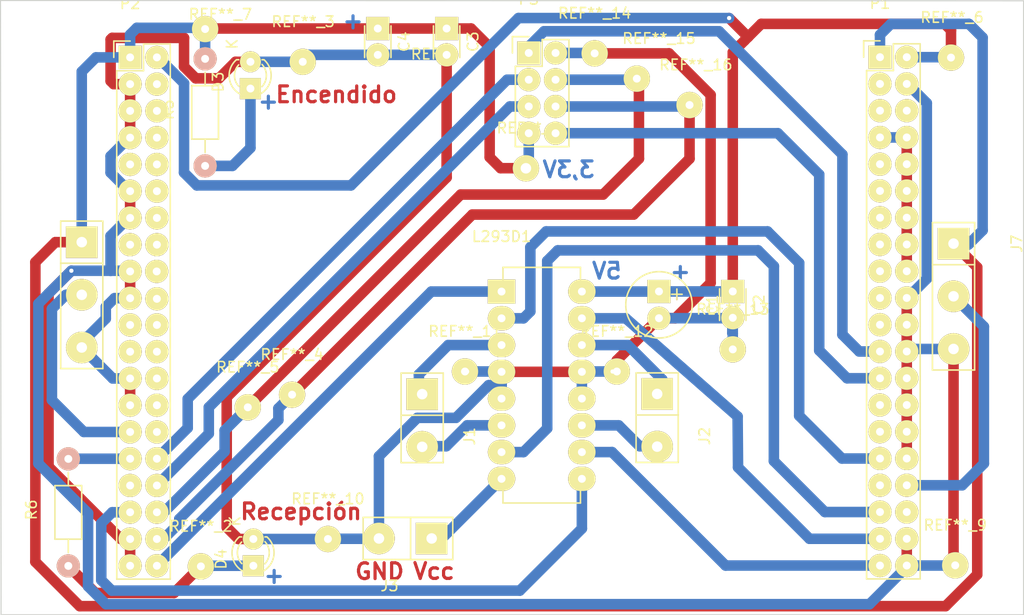
<source format=kicad_pcb>
(kicad_pcb (version 20171130) (host pcbnew "(5.1.12)-1")

  (general
    (thickness 1.6)
    (drawings 16)
    (tracks 317)
    (zones 0)
    (modules 34)
    (nets 60)
  )

  (page A4)
  (title_block
    (title "Poncho de control de motores por Wi-Fi")
    (date 2016-02-16)
    (rev 1.1)
    (company "UNLP - Cátedra de Taller de Proyecto 1 - Grupo 1: Ailán, Bouche, Hourquebie, Liotta")
    (comment 1 "Poncho para Computadora Industrial Abierta Argentina Versión Educativa EDU-CIAA-NXP")
    (comment 2 "Licencia: https://github.com/ciaa/Hardware/tree/master/Readme (LICENSE)")
  )

  (layers
    (0 F.Cu power)
    (31 B.Cu signal)
    (32 B.Adhes user hide)
    (33 F.Adhes user hide)
    (34 B.Paste user hide)
    (35 F.Paste user hide)
    (36 B.SilkS user hide)
    (37 F.SilkS user hide)
    (38 B.Mask user hide)
    (39 F.Mask user hide)
    (40 Dwgs.User user hide)
    (41 Cmts.User user hide)
    (42 Eco1.User user hide)
    (43 Eco2.User user hide)
    (44 Edge.Cuts user)
    (45 Margin user hide)
    (46 B.CrtYd user hide)
    (47 F.CrtYd user hide)
    (48 B.Fab user hide)
    (49 F.Fab user hide)
  )

  (setup
    (last_trace_width 1)
    (trace_clearance 0.25)
    (zone_clearance 0.508)
    (zone_45_only yes)
    (trace_min 0.2)
    (via_size 0.6)
    (via_drill 0.4)
    (via_min_size 0.5)
    (via_min_drill 0.3)
    (uvia_size 0.3)
    (uvia_drill 0.1)
    (uvias_allowed no)
    (uvia_min_size 0.2)
    (uvia_min_drill 0.1)
    (edge_width 0.1)
    (segment_width 0.2)
    (pcb_text_width 0.3)
    (pcb_text_size 1.5 1.5)
    (mod_edge_width 0.15)
    (mod_text_size 1 1)
    (mod_text_width 0.15)
    (pad_size 2.5 2.5)
    (pad_drill 0.75)
    (pad_to_mask_clearance 0)
    (aux_axis_origin 0 0)
    (visible_elements 7FFFFFFF)
    (pcbplotparams
      (layerselection 0x00000_80000000)
      (usegerberextensions false)
      (usegerberattributes true)
      (usegerberadvancedattributes true)
      (creategerberjobfile true)
      (excludeedgelayer true)
      (linewidth 0.100000)
      (plotframeref false)
      (viasonmask false)
      (mode 1)
      (useauxorigin false)
      (hpglpennumber 1)
      (hpglpenspeed 20)
      (hpglpendiameter 15.000000)
      (psnegative false)
      (psa4output false)
      (plotreference true)
      (plotvalue true)
      (plotinvisibletext false)
      (padsonsilk false)
      (subtractmaskfromsilk false)
      (outputformat 4)
      (mirror false)
      (drillshape 2)
      (scaleselection 1)
      (outputdirectory "/home/julian/Desktop/plot/"))
  )

  (net 0 "")
  (net 1 /GPIO1)
  (net 2 /TEC_COL1)
  (net 3 /ENG0_OUT0)
  (net 4 GND)
  (net 5 /ENG0_OUT1)
  (net 6 /TEC_F3)
  (net 7 /GPIO2)
  (net 8 /TEC_COL0)
  (net 9 /ENG1_OUT1)
  (net 10 /ENG1_OUT0)
  (net 11 /TEC_F2)
  (net 12 +5V)
  (net 13 +3V3)
  (net 14 /RESET)
  (net 15 /ISP)
  (net 16 /WAKEUP)
  (net 17 GNDA)
  (net 18 /ADC0_3)
  (net 19 /ADC0_2)
  (net 20 /ADC0_1)
  (net 21 /DAC)
  (net 22 /VDD_A)
  (net 23 /I2C_SDA)
  (net 24 /I2C_SCL)
  (net 25 /RS232_RXD)
  (net 26 /RS232_TXD)
  (net 27 /CAN_RD)
  (net 28 /CAN_TD)
  (net 29 /TEC_F0)
  (net 30 /TEC_COL2)
  (net 31 /TEC_F1)
  (net 32 /ENET_RXD1)
  (net 33 /ENET_TX_EN)
  (net 34 /ENET_MDC)
  (net 35 /ENET_RXD0)
  (net 36 /ENET_CRS_DV)
  (net 37 /ENET_MDIO)
  (net 38 /ENET_TXD0)
  (net 39 /ENET_REF_CLK)
  (net 40 /ENET_TXD1)
  (net 41 /SPI_MISO)
  (net 42 /SPI_SCK)
  (net 43 /SPI_MOSI)
  (net 44 /LCD4)
  (net 45 /LCD_EN)
  (net 46 /LCD_RS)
  (net 47 /LCD3)
  (net 48 /LCD2)
  (net 49 /GPIO0)
  (net 50 /LCD1)
  (net 51 /GPIO4)
  (net 52 /GPIO3)
  (net 53 /GPIO6)
  (net 54 /GPIO5)
  (net 55 /GPIO7)
  (net 56 /GPIO8)
  (net 57 /MOTOR_VCC)
  (net 58 "Net-(D3-Pad2)")
  (net 59 "Net-(D4-Pad2)")

  (net_class Default "This is the default net class."
    (clearance 0.25)
    (trace_width 1)
    (via_dia 0.6)
    (via_drill 0.4)
    (uvia_dia 0.3)
    (uvia_drill 0.1)
    (add_net +3V3)
    (add_net +5V)
    (add_net /ADC0_1)
    (add_net /ADC0_2)
    (add_net /ADC0_3)
    (add_net /CAN_RD)
    (add_net /CAN_TD)
    (add_net /DAC)
    (add_net /ENET_CRS_DV)
    (add_net /ENET_MDC)
    (add_net /ENET_MDIO)
    (add_net /ENET_REF_CLK)
    (add_net /ENET_RXD0)
    (add_net /ENET_RXD1)
    (add_net /ENET_TXD0)
    (add_net /ENET_TXD1)
    (add_net /ENET_TX_EN)
    (add_net /ENG0_OUT0)
    (add_net /ENG0_OUT1)
    (add_net /ENG1_OUT0)
    (add_net /ENG1_OUT1)
    (add_net /GPIO0)
    (add_net /GPIO1)
    (add_net /GPIO2)
    (add_net /GPIO3)
    (add_net /GPIO4)
    (add_net /GPIO5)
    (add_net /GPIO6)
    (add_net /GPIO7)
    (add_net /GPIO8)
    (add_net /I2C_SCL)
    (add_net /I2C_SDA)
    (add_net /ISP)
    (add_net /LCD1)
    (add_net /LCD2)
    (add_net /LCD3)
    (add_net /LCD4)
    (add_net /LCD_EN)
    (add_net /LCD_RS)
    (add_net /MOTOR_VCC)
    (add_net /RESET)
    (add_net /RS232_RXD)
    (add_net /RS232_TXD)
    (add_net /SPI_MISO)
    (add_net /SPI_MOSI)
    (add_net /SPI_SCK)
    (add_net /TEC_COL0)
    (add_net /TEC_COL1)
    (add_net /TEC_COL2)
    (add_net /TEC_F0)
    (add_net /TEC_F1)
    (add_net /TEC_F2)
    (add_net /TEC_F3)
    (add_net /VDD_A)
    (add_net /WAKEUP)
    (add_net GND)
    (add_net GNDA)
    (add_net "Net-(D3-Pad2)")
    (add_net "Net-(D4-Pad2)")
  )

  (module Capacitors_ThroughHole:C_Disc_D3_P2.5 (layer F.Cu) (tedit 5696D6FF) (tstamp 5696D6FB)
    (at 131.83 61.24 270)
    (descr "Capacitor 3mm Disc, Pitch 2.5mm")
    (tags Capacitor)
    (path /5696F87E)
    (fp_text reference C4 (at 1.25 -2.5 270) (layer F.SilkS)
      (effects (font (size 1 1) (thickness 0.15)))
    )
    (fp_text value C (at 1.25 2.5 270) (layer F.Fab)
      (effects (font (size 1 1) (thickness 0.15)))
    )
    (fp_line (start -0.9 -1.5) (end 3.4 -1.5) (layer F.CrtYd) (width 0.05))
    (fp_line (start 3.4 -1.5) (end 3.4 1.5) (layer F.CrtYd) (width 0.05))
    (fp_line (start 3.4 1.5) (end -0.9 1.5) (layer F.CrtYd) (width 0.05))
    (fp_line (start -0.9 1.5) (end -0.9 -1.5) (layer F.CrtYd) (width 0.05))
    (fp_line (start -0.25 -1.25) (end 2.75 -1.25) (layer F.SilkS) (width 0.15))
    (fp_line (start 2.75 1.25) (end -0.25 1.25) (layer F.SilkS) (width 0.15))
    (pad 1 thru_hole rect (at 0 0 270) (size 2.2 2.2) (drill 0.75) (layers *.Cu *.Mask F.SilkS)
      (net 13 +3V3))
    (pad 2 thru_hole circle (at 2.5 0 270) (size 2.2 2.2) (drill 0.75) (layers *.Cu *.Mask F.SilkS)
      (net 4 GND))
    (model Capacitors_ThroughHole.3dshapes/C_Disc_D3_P2.5.wrl
      (offset (xyz 1.25001018122673 0 0))
      (scale (xyz 1 1 1))
      (rotate (xyz 0 0 0))
    )
  )

  (module Housings_DIP:DIP-16_W7.62mm_LongPads (layer F.Cu) (tedit 565F8810) (tstamp 56132089)
    (at 143.568 86.21)
    (descr "16-lead dip package, row spacing 7.62 mm (300 mils), longer pads")
    (tags "dil dip 2.54 300")
    (path /560AA651)
    (fp_text reference L293D1 (at 0 -5.22) (layer F.SilkS)
      (effects (font (size 1 1) (thickness 0.15)))
    )
    (fp_text value L293D (at 0 -3.72) (layer F.Fab)
      (effects (font (size 1 1) (thickness 0.15)))
    )
    (fp_line (start -1.4 -2.45) (end -1.4 20.25) (layer F.CrtYd) (width 0.05))
    (fp_line (start 9 -2.45) (end 9 20.25) (layer F.CrtYd) (width 0.05))
    (fp_line (start -1.4 -2.45) (end 9 -2.45) (layer F.CrtYd) (width 0.05))
    (fp_line (start -1.4 20.25) (end 9 20.25) (layer F.CrtYd) (width 0.05))
    (fp_line (start 0.135 -2.295) (end 0.135 -1.025) (layer F.SilkS) (width 0.15))
    (fp_line (start 7.485 -2.295) (end 7.485 -1.025) (layer F.SilkS) (width 0.15))
    (fp_line (start 7.485 20.075) (end 7.485 18.805) (layer F.SilkS) (width 0.15))
    (fp_line (start 0.135 20.075) (end 0.135 18.805) (layer F.SilkS) (width 0.15))
    (fp_line (start 0.135 -2.295) (end 7.485 -2.295) (layer F.SilkS) (width 0.15))
    (fp_line (start 0.135 20.075) (end 7.485 20.075) (layer F.SilkS) (width 0.15))
    (fp_line (start 0.135 -1.025) (end -1.15 -1.025) (layer F.SilkS) (width 0.15))
    (pad 1 thru_hole rect (at 0 0) (size 2.6 2.3) (drill 0.75) (layers *.Cu *.Mask F.SilkS)
      (net 56 /GPIO8))
    (pad 2 thru_hole oval (at 0 2.54) (size 2.6 2.3) (drill 0.75) (layers *.Cu *.Mask F.SilkS)
      (net 2 /TEC_COL1))
    (pad 3 thru_hole oval (at 0 5.08) (size 2.6 2.3) (drill 0.75) (layers *.Cu *.Mask F.SilkS)
      (net 3 /ENG0_OUT0))
    (pad 4 thru_hole oval (at 0 7.62) (size 2.6 2.3) (drill 0.75) (layers *.Cu *.Mask F.SilkS)
      (net 4 GND))
    (pad 5 thru_hole oval (at 0 10.16) (size 2.6 2.3) (drill 0.75) (layers *.Cu *.Mask F.SilkS)
      (net 4 GND))
    (pad 6 thru_hole oval (at 0 12.7) (size 2.6 2.3) (drill 0.75) (layers *.Cu *.Mask F.SilkS)
      (net 5 /ENG0_OUT1))
    (pad 7 thru_hole oval (at 0 15.24) (size 2.6 2.3) (drill 0.75) (layers *.Cu *.Mask F.SilkS)
      (net 6 /TEC_F3))
    (pad 8 thru_hole oval (at 0 17.78) (size 2.6 2.3) (drill 0.75) (layers *.Cu *.Mask F.SilkS)
      (net 57 /MOTOR_VCC))
    (pad 9 thru_hole oval (at 7.62 17.78) (size 2.6 2.3) (drill 0.75) (layers *.Cu *.Mask F.SilkS)
      (net 53 /GPIO6))
    (pad 10 thru_hole oval (at 7.62 15.24) (size 2.6 2.3) (drill 0.75) (layers *.Cu *.Mask F.SilkS)
      (net 8 /TEC_COL0))
    (pad 11 thru_hole oval (at 7.62 12.7) (size 2.6 2.3) (drill 0.75) (layers *.Cu *.Mask F.SilkS)
      (net 9 /ENG1_OUT1))
    (pad 12 thru_hole oval (at 7.62 10.16) (size 2.6 2.3) (drill 0.75) (layers *.Cu *.Mask F.SilkS)
      (net 4 GND))
    (pad 13 thru_hole oval (at 7.62 7.62) (size 2.6 2.3) (drill 0.75) (layers *.Cu *.Mask F.SilkS)
      (net 4 GND))
    (pad 14 thru_hole oval (at 7.62 5.08) (size 2.6 2.3) (drill 0.75) (layers *.Cu *.Mask F.SilkS)
      (net 10 /ENG1_OUT0))
    (pad 15 thru_hole oval (at 7.62 2.54) (size 2.6 2.3) (drill 0.75) (layers *.Cu *.Mask F.SilkS)
      (net 11 /TEC_F2))
    (pad 16 thru_hole oval (at 7.62 0) (size 2.6 2.3) (drill 0.75) (layers *.Cu *.Mask F.SilkS)
      (net 12 +5V))
    (model Housings_DIP.3dshapes/DIP-16_W7.62mm_LongPads.wrl
      (at (xyz 0 0 0))
      (scale (xyz 1 1 1))
      (rotate (xyz 0 0 0))
    )
  )

  (module Pin_Headers:Pin_Header_Straight_2x20 (layer F.Cu) (tedit 565F8792) (tstamp 561320C1)
    (at 179.465 63.96)
    (descr "Through hole pin header")
    (tags "pin header")
    (path /5398AC24)
    (fp_text reference P1 (at 0 -5.1) (layer F.SilkS)
      (effects (font (size 1 1) (thickness 0.15)))
    )
    (fp_text value CONN_20X2 (at 0 -3.1) (layer F.Fab)
      (effects (font (size 1 1) (thickness 0.15)))
    )
    (fp_line (start -1.75 -1.75) (end -1.75 50.05) (layer F.CrtYd) (width 0.05))
    (fp_line (start 4.3 -1.75) (end 4.3 50.05) (layer F.CrtYd) (width 0.05))
    (fp_line (start -1.75 -1.75) (end 4.3 -1.75) (layer F.CrtYd) (width 0.05))
    (fp_line (start -1.75 50.05) (end 4.3 50.05) (layer F.CrtYd) (width 0.05))
    (fp_line (start 3.81 49.53) (end 3.81 -1.27) (layer F.SilkS) (width 0.15))
    (fp_line (start -1.27 1.27) (end -1.27 49.53) (layer F.SilkS) (width 0.15))
    (fp_line (start 3.81 49.53) (end -1.27 49.53) (layer F.SilkS) (width 0.15))
    (fp_line (start 3.81 -1.27) (end 1.27 -1.27) (layer F.SilkS) (width 0.15))
    (fp_line (start 0 -1.55) (end -1.55 -1.55) (layer F.SilkS) (width 0.15))
    (fp_line (start 1.27 -1.27) (end 1.27 1.27) (layer F.SilkS) (width 0.15))
    (fp_line (start 1.27 1.27) (end -1.27 1.27) (layer F.SilkS) (width 0.15))
    (fp_line (start -1.55 -1.55) (end -1.55 0) (layer F.SilkS) (width 0.15))
    (pad 1 thru_hole rect (at 0 0) (size 2.2 2.2) (drill 0.75) (layers *.Cu *.Mask F.SilkS)
      (net 13 +3V3))
    (pad 2 thru_hole circle (at 2.54 0) (size 2.2 2.2) (drill 0.75) (layers *.Cu *.Mask F.SilkS)
      (net 12 +5V))
    (pad 3 thru_hole circle (at 0 2.54) (size 2.2 2.2) (drill 0.75) (layers *.Cu *.Mask F.SilkS)
      (net 14 /RESET))
    (pad 4 thru_hole circle (at 2.54 2.54) (size 2.2 2.2) (drill 0.75) (layers *.Cu *.Mask F.SilkS)
      (net 4 GND))
    (pad 5 thru_hole circle (at 0 5.08) (size 2.2 2.2) (drill 0.75) (layers *.Cu *.Mask F.SilkS)
      (net 15 /ISP))
    (pad 6 thru_hole circle (at 2.54 5.08) (size 2.2 2.2) (drill 0.75) (layers *.Cu *.Mask F.SilkS)
      (net 16 /WAKEUP))
    (pad 7 thru_hole circle (at 0 7.62) (size 2.2 2.2) (drill 0.75) (layers *.Cu *.Mask F.SilkS)
      (net 17 GNDA))
    (pad 8 thru_hole circle (at 2.54 7.62) (size 2.2 2.2) (drill 0.75) (layers *.Cu *.Mask F.SilkS)
      (net 17 GNDA))
    (pad 9 thru_hole circle (at 0 10.16) (size 2.2 2.2) (drill 0.75) (layers *.Cu *.Mask F.SilkS)
      (net 18 /ADC0_3))
    (pad 10 thru_hole circle (at 2.54 10.16) (size 2.2 2.2) (drill 0.75) (layers *.Cu *.Mask F.SilkS)
      (net 17 GNDA))
    (pad 11 thru_hole circle (at 0 12.7) (size 2.2 2.2) (drill 0.75) (layers *.Cu *.Mask F.SilkS)
      (net 19 /ADC0_2))
    (pad 12 thru_hole circle (at 2.54 12.7) (size 2.2 2.2) (drill 0.75) (layers *.Cu *.Mask F.SilkS)
      (net 17 GNDA))
    (pad 13 thru_hole circle (at 0 15.24) (size 2.2 2.2) (drill 0.75) (layers *.Cu *.Mask F.SilkS)
      (net 20 /ADC0_1))
    (pad 14 thru_hole circle (at 2.54 15.24) (size 2.2 2.2) (drill 0.75) (layers *.Cu *.Mask F.SilkS)
      (net 17 GNDA))
    (pad 15 thru_hole circle (at 0 17.78) (size 2.2 2.2) (drill 0.75) (layers *.Cu *.Mask F.SilkS)
      (net 21 /DAC))
    (pad 16 thru_hole circle (at 2.54 17.78) (size 2.2 2.2) (drill 0.75) (layers *.Cu *.Mask F.SilkS)
      (net 17 GNDA))
    (pad 17 thru_hole circle (at 0 20.32) (size 2.2 2.2) (drill 0.75) (layers *.Cu *.Mask F.SilkS)
      (net 22 /VDD_A))
    (pad 18 thru_hole circle (at 2.54 20.32) (size 2.2 2.2) (drill 0.75) (layers *.Cu *.Mask F.SilkS)
      (net 17 GNDA))
    (pad 19 thru_hole circle (at 0 22.86) (size 2.2 2.2) (drill 0.75) (layers *.Cu *.Mask F.SilkS)
      (net 23 /I2C_SDA))
    (pad 20 thru_hole circle (at 2.54 22.86) (size 2.2 2.2) (drill 0.75) (layers *.Cu *.Mask F.SilkS)
      (net 4 GND))
    (pad 21 thru_hole circle (at 0 25.4) (size 2.2 2.2) (drill 0.75) (layers *.Cu *.Mask F.SilkS)
      (net 24 /I2C_SCL))
    (pad 22 thru_hole circle (at 2.54 25.4) (size 2.2 2.2) (drill 0.75) (layers *.Cu *.Mask F.SilkS)
      (net 4 GND))
    (pad 23 thru_hole circle (at 0 27.94) (size 2.2 2.2) (drill 0.75) (layers *.Cu *.Mask F.SilkS)
      (net 25 /RS232_RXD))
    (pad 24 thru_hole circle (at 2.54 27.94) (size 2.2 2.2) (drill 0.75) (layers *.Cu *.Mask F.SilkS)
      (net 4 GND))
    (pad 25 thru_hole circle (at 0 30.48) (size 2.2 2.2) (drill 0.75) (layers *.Cu *.Mask F.SilkS)
      (net 26 /RS232_TXD))
    (pad 26 thru_hole circle (at 2.54 30.48) (size 2.2 2.2) (drill 0.75) (layers *.Cu *.Mask F.SilkS)
      (net 4 GND))
    (pad 27 thru_hole circle (at 0 33.02) (size 2.2 2.2) (drill 0.75) (layers *.Cu *.Mask F.SilkS)
      (net 27 /CAN_RD))
    (pad 28 thru_hole circle (at 2.54 33.02) (size 2.2 2.2) (drill 0.75) (layers *.Cu *.Mask F.SilkS)
      (net 4 GND))
    (pad 29 thru_hole circle (at 0 35.56) (size 2.2 2.2) (drill 0.75) (layers *.Cu *.Mask F.SilkS)
      (net 28 /CAN_TD))
    (pad 30 thru_hole circle (at 2.54 35.56) (size 2.2 2.2) (drill 0.75) (layers *.Cu *.Mask F.SilkS)
      (net 4 GND))
    (pad 31 thru_hole circle (at 0 38.1) (size 2.2 2.2) (drill 0.75) (layers *.Cu *.Mask F.SilkS)
      (net 2 /TEC_COL1))
    (pad 32 thru_hole circle (at 2.54 38.1) (size 2.2 2.2) (drill 0.75) (layers *.Cu *.Mask F.SilkS)
      (net 4 GND))
    (pad 33 thru_hole circle (at 0 40.64) (size 2.2 2.2) (drill 0.75) (layers *.Cu *.Mask F.SilkS)
      (net 29 /TEC_F0))
    (pad 34 thru_hole circle (at 2.54 40.64) (size 2.2 2.2) (drill 0.75) (layers *.Cu *.Mask F.SilkS)
      (net 30 /TEC_COL2))
    (pad 35 thru_hole circle (at 0 43.18) (size 2.2 2.2) (drill 0.75) (layers *.Cu *.Mask F.SilkS)
      (net 6 /TEC_F3))
    (pad 36 thru_hole circle (at 2.54 43.18) (size 2.2 2.2) (drill 0.75) (layers *.Cu *.Mask F.SilkS)
      (net 31 /TEC_F1))
    (pad 37 thru_hole circle (at 0 45.72) (size 2.2 2.2) (drill 0.75) (layers *.Cu *.Mask F.SilkS)
      (net 11 /TEC_F2))
    (pad 38 thru_hole circle (at 2.54 45.72) (size 2.2 2.2) (drill 0.75) (layers *.Cu *.Mask F.SilkS)
      (net 4 GND))
    (pad 39 thru_hole circle (at 0 48.26) (size 2.2 2.2) (drill 0.75) (layers *.Cu *.Mask F.SilkS)
      (net 8 /TEC_COL0))
    (pad 40 thru_hole circle (at 2.54 48.26) (size 2.2 2.2) (drill 0.75) (layers *.Cu *.Mask F.SilkS)
      (net 4 GND))
    (model Pin_Headers.3dshapes/Pin_Header_Straight_2x20.wrl
      (offset (xyz 1.269999980926514 -24.12999963760376 0))
      (scale (xyz 1 1 1))
      (rotate (xyz 0 0 90))
    )
  )

  (module Pin_Headers:Pin_Header_Straight_2x20 (layer F.Cu) (tedit 565F87AA) (tstamp 561320F9)
    (at 108.337 63.98)
    (descr "Through hole pin header")
    (tags "pin header")
    (path /5398AC33)
    (fp_text reference P2 (at 0 -5.1) (layer F.SilkS)
      (effects (font (size 1 1) (thickness 0.15)))
    )
    (fp_text value CONN_20X2 (at 0 -3.1) (layer F.Fab)
      (effects (font (size 1 1) (thickness 0.15)))
    )
    (fp_line (start -1.75 -1.75) (end -1.75 50.05) (layer F.CrtYd) (width 0.05))
    (fp_line (start 4.3 -1.75) (end 4.3 50.05) (layer F.CrtYd) (width 0.05))
    (fp_line (start -1.75 -1.75) (end 4.3 -1.75) (layer F.CrtYd) (width 0.05))
    (fp_line (start -1.75 50.05) (end 4.3 50.05) (layer F.CrtYd) (width 0.05))
    (fp_line (start 3.81 49.53) (end 3.81 -1.27) (layer F.SilkS) (width 0.15))
    (fp_line (start -1.27 1.27) (end -1.27 49.53) (layer F.SilkS) (width 0.15))
    (fp_line (start 3.81 49.53) (end -1.27 49.53) (layer F.SilkS) (width 0.15))
    (fp_line (start 3.81 -1.27) (end 1.27 -1.27) (layer F.SilkS) (width 0.15))
    (fp_line (start 0 -1.55) (end -1.55 -1.55) (layer F.SilkS) (width 0.15))
    (fp_line (start 1.27 -1.27) (end 1.27 1.27) (layer F.SilkS) (width 0.15))
    (fp_line (start 1.27 1.27) (end -1.27 1.27) (layer F.SilkS) (width 0.15))
    (fp_line (start -1.55 -1.55) (end -1.55 0) (layer F.SilkS) (width 0.15))
    (pad 1 thru_hole rect (at 0 0) (size 2.2 2.2) (drill 0.75) (layers *.Cu *.Mask F.SilkS)
      (net 13 +3V3))
    (pad 2 thru_hole circle (at 2.54 0) (size 2.2 2.2) (drill 0.75) (layers *.Cu *.Mask F.SilkS)
      (net 12 +5V))
    (pad 3 thru_hole circle (at 0 2.54) (size 2.2 2.2) (drill 0.75) (layers *.Cu *.Mask F.SilkS)
      (net 4 GND))
    (pad 4 thru_hole circle (at 2.54 2.54) (size 2.2 2.2) (drill 0.75) (layers *.Cu *.Mask F.SilkS)
      (net 32 /ENET_RXD1))
    (pad 5 thru_hole circle (at 0 5.08) (size 2.2 2.2) (drill 0.75) (layers *.Cu *.Mask F.SilkS)
      (net 4 GND))
    (pad 6 thru_hole circle (at 2.54 5.08) (size 2.2 2.2) (drill 0.75) (layers *.Cu *.Mask F.SilkS)
      (net 33 /ENET_TX_EN))
    (pad 7 thru_hole circle (at 0 7.62) (size 2.2 2.2) (drill 0.75) (layers *.Cu *.Mask F.SilkS)
      (net 4 GND))
    (pad 8 thru_hole circle (at 2.54 7.62) (size 2.2 2.2) (drill 0.75) (layers *.Cu *.Mask F.SilkS)
      (net 34 /ENET_MDC))
    (pad 9 thru_hole circle (at 0 10.16) (size 2.2 2.2) (drill 0.75) (layers *.Cu *.Mask F.SilkS)
      (net 35 /ENET_RXD0))
    (pad 10 thru_hole circle (at 2.54 10.16) (size 2.2 2.2) (drill 0.75) (layers *.Cu *.Mask F.SilkS)
      (net 36 /ENET_CRS_DV))
    (pad 11 thru_hole circle (at 0 12.7) (size 2.2 2.2) (drill 0.75) (layers *.Cu *.Mask F.SilkS)
      (net 4 GND))
    (pad 12 thru_hole circle (at 2.54 12.7) (size 2.2 2.2) (drill 0.75) (layers *.Cu *.Mask F.SilkS)
      (net 37 /ENET_MDIO))
    (pad 13 thru_hole circle (at 0 15.24) (size 2.2 2.2) (drill 0.75) (layers *.Cu *.Mask F.SilkS)
      (net 4 GND))
    (pad 14 thru_hole circle (at 2.54 15.24) (size 2.2 2.2) (drill 0.75) (layers *.Cu *.Mask F.SilkS)
      (net 38 /ENET_TXD0))
    (pad 15 thru_hole circle (at 0 17.78) (size 2.2 2.2) (drill 0.75) (layers *.Cu *.Mask F.SilkS)
      (net 39 /ENET_REF_CLK))
    (pad 16 thru_hole circle (at 2.54 17.78) (size 2.2 2.2) (drill 0.75) (layers *.Cu *.Mask F.SilkS)
      (net 40 /ENET_TXD1))
    (pad 17 thru_hole circle (at 0 20.32) (size 2.2 2.2) (drill 0.75) (layers *.Cu *.Mask F.SilkS)
      (net 4 GND))
    (pad 18 thru_hole circle (at 2.521 20.32) (size 2.2 2.2) (drill 0.75) (layers *.Cu *.Mask F.SilkS)
      (net 41 /SPI_MISO))
    (pad 19 thru_hole circle (at 0 22.86) (size 2.2 2.2) (drill 0.75) (layers *.Cu *.Mask F.SilkS)
      (net 4 GND))
    (pad 20 thru_hole circle (at 2.538 22.92) (size 2.2 2.2) (drill 0.75) (layers *.Cu *.Mask F.SilkS)
      (net 42 /SPI_SCK))
    (pad 21 thru_hole circle (at 0 25.4) (size 2.2 2.2) (drill 0.75) (layers *.Cu *.Mask F.SilkS)
      (net 43 /SPI_MOSI))
    (pad 22 thru_hole circle (at 2.54 25.4) (size 2.2 2.2) (drill 0.75) (layers *.Cu *.Mask F.SilkS)
      (net 44 /LCD4))
    (pad 23 thru_hole circle (at 0 27.94) (size 2.2 2.2) (drill 0.75) (layers *.Cu *.Mask F.SilkS)
      (net 45 /LCD_EN))
    (pad 24 thru_hole circle (at 2.54 27.94) (size 2.2 2.2) (drill 0.75) (layers *.Cu *.Mask F.SilkS)
      (net 46 /LCD_RS))
    (pad 25 thru_hole circle (at 0 30.48) (size 2.2 2.2) (drill 0.75) (layers *.Cu *.Mask F.SilkS)
      (net 4 GND))
    (pad 26 thru_hole circle (at 2.54 30.48) (size 2.2 2.2) (drill 0.75) (layers *.Cu *.Mask F.SilkS)
      (net 47 /LCD3))
    (pad 27 thru_hole circle (at 0 33.02) (size 2.2 2.2) (drill 0.75) (layers *.Cu *.Mask F.SilkS)
      (net 4 GND))
    (pad 28 thru_hole circle (at 2.54 33.02) (size 2.2 2.2) (drill 0.75) (layers *.Cu *.Mask F.SilkS)
      (net 48 /LCD2))
    (pad 29 thru_hole circle (at 0 35.56) (size 2.2 2.2) (drill 0.75) (layers *.Cu *.Mask F.SilkS)
      (net 49 /GPIO0))
    (pad 30 thru_hole circle (at 2.54 35.56) (size 2.2 2.2) (drill 0.75) (layers *.Cu *.Mask F.SilkS)
      (net 50 /LCD1))
    (pad 31 thru_hole circle (at 0 38.1) (size 2.2 2.2) (drill 0.75) (layers *.Cu *.Mask F.SilkS)
      (net 7 /GPIO2))
    (pad 32 thru_hole circle (at 2.54 38.1) (size 2.2 2.2) (drill 0.75) (layers *.Cu *.Mask F.SilkS)
      (net 1 /GPIO1))
    (pad 33 thru_hole circle (at 0 40.64) (size 2.2 2.2) (drill 0.75) (layers *.Cu *.Mask F.SilkS)
      (net 51 /GPIO4))
    (pad 34 thru_hole circle (at 2.54 40.64) (size 2.2 2.2) (drill 0.75) (layers *.Cu *.Mask F.SilkS)
      (net 52 /GPIO3))
    (pad 35 thru_hole circle (at 0 43.18) (size 2.2 2.2) (drill 0.75) (layers *.Cu *.Mask F.SilkS)
      (net 53 /GPIO6))
    (pad 36 thru_hole circle (at 2.54 43.18) (size 2.2 2.2) (drill 0.75) (layers *.Cu *.Mask F.SilkS)
      (net 54 /GPIO5))
    (pad 37 thru_hole circle (at 0 45.72) (size 2.2 2.2) (drill 0.75) (layers *.Cu *.Mask F.SilkS)
      (net 4 GND))
    (pad 38 thru_hole circle (at 2.54 45.72) (size 2.2 2.2) (drill 0.75) (layers *.Cu *.Mask F.SilkS)
      (net 55 /GPIO7))
    (pad 39 thru_hole circle (at 0 48.26) (size 2.2 2.2) (drill 0.75) (layers *.Cu *.Mask F.SilkS)
      (net 4 GND))
    (pad 40 thru_hole circle (at 2.54 48.26) (size 2.2 2.2) (drill 0.75) (layers *.Cu *.Mask F.SilkS)
      (net 56 /GPIO8))
    (model Pin_Headers.3dshapes/Pin_Header_Straight_2x20.wrl
      (offset (xyz 1.269999980926514 -24.12999963760376 0))
      (scale (xyz 1 1 1))
      (rotate (xyz 0 0 90))
    )
  )

  (module Capacitors_Elko_ThroughHole:Elko_vert_11.2x6.3mm_RM2.5 (layer F.Cu) (tedit 565F8824) (tstamp 5616E83D)
    (at 158.5 86.2 270)
    (descr "Electrolytic Capacitor, vertical, diameter 6,3mm, RM 2,5mm, radial,")
    (tags "Electrolytic Capacitor, vertical, diameter 6,3mm, RM 2,5mm, Elko, Electrolytkondensator, Kondensator gepolt, Durchmesser 6,3mm, radial,")
    (path /5616E747)
    (fp_text reference C1 (at 1.27 -5.08 270) (layer F.SilkS)
      (effects (font (size 1 1) (thickness 0.15)))
    )
    (fp_text value CP (at 1.27 5.08 270) (layer F.Fab)
      (effects (font (size 1 1) (thickness 0.15)))
    )
    (fp_line (start 0.26924 -2.19964) (end 0.26924 -1.19888) (layer F.SilkS) (width 0.15))
    (fp_line (start -0.23114 -1.69926) (end 0.76962 -1.69926) (layer F.SilkS) (width 0.15))
    (fp_line (start 0.26924 -1.69926) (end 0.76962 -1.69926) (layer F.Cu) (width 0.15))
    (fp_line (start 0.26924 -1.69926) (end 0.26924 -2.19964) (layer F.Cu) (width 0.15))
    (fp_line (start -0.23114 -1.69926) (end 0.26924 -1.69926) (layer F.Cu) (width 0.15))
    (fp_line (start 0.26924 -1.69926) (end 0.26924 -1.30048) (layer F.Cu) (width 0.15))
    (fp_line (start 0.26924 -1.30048) (end 0.26924 -1.19888) (layer F.Cu) (width 0.15))
    (fp_circle (center 1.27 0) (end 4.4196 0) (layer F.SilkS) (width 0.15))
    (pad 2 thru_hole circle (at 2.54 0 270) (size 2.2 2.2) (drill 0.75) (layers *.Cu *.Mask F.SilkS)
      (net 4 GND))
    (pad 1 thru_hole rect (at 0 0 270) (size 2.2 2.2) (drill 0.75) (layers *.Cu *.Mask F.SilkS)
      (net 12 +5V))
    (model Capacitors_Elko_ThroughHole.3dshapes/Elko_vert_11.2x6.3mm_RM2.5.wrl
      (at (xyz 0 0 0))
      (scale (xyz 1 1 1))
      (rotate (xyz 0 0 0))
    )
  )

  (module Capacitors_ThroughHole:C_Disc_D3_P2.5 (layer F.Cu) (tedit 565F8835) (tstamp 0)
    (at 165.5 86.2 270)
    (descr "Capacitor 3mm Disc, Pitch 2.5mm")
    (tags Capacitor)
    (path /5616E701)
    (fp_text reference C2 (at 1.25 -2.5 270) (layer F.SilkS)
      (effects (font (size 1 1) (thickness 0.15)))
    )
    (fp_text value C (at 1.25 2.5 270) (layer F.Fab)
      (effects (font (size 1 1) (thickness 0.15)))
    )
    (fp_line (start -0.9 -1.5) (end 3.4 -1.5) (layer F.CrtYd) (width 0.05))
    (fp_line (start 3.4 -1.5) (end 3.4 1.5) (layer F.CrtYd) (width 0.05))
    (fp_line (start 3.4 1.5) (end -0.9 1.5) (layer F.CrtYd) (width 0.05))
    (fp_line (start -0.9 1.5) (end -0.9 -1.5) (layer F.CrtYd) (width 0.05))
    (fp_line (start -0.25 -1.25) (end 2.75 -1.25) (layer F.SilkS) (width 0.15))
    (fp_line (start 2.75 1.25) (end -0.25 1.25) (layer F.SilkS) (width 0.15))
    (pad 1 thru_hole rect (at 0 0 270) (size 2.2 2.2) (drill 0.75) (layers *.Cu *.Mask F.SilkS)
      (net 12 +5V))
    (pad 2 thru_hole circle (at 2.5 0 270) (size 2.2 2.2) (drill 0.75) (layers *.Cu *.Mask F.SilkS)
      (net 4 GND))
    (model Capacitors_ThroughHole.3dshapes/C_Disc_D3_P2.5.wrl
      (offset (xyz 1.250000021226883 0 0))
      (scale (xyz 1 1 1))
      (rotate (xyz 0 0 0))
    )
  )

  (module Wire_Pads:SolderWirePad_single_1mmDrill (layer F.Cu) (tedit 56412953) (tstamp 56294285)
    (at 154.31 93.91)
    (fp_text reference REF**_17 (at 0 -3.81) (layer F.SilkS) hide
      (effects (font (size 1 1) (thickness 0.15)))
    )
    (fp_text value SolderWirePad_single_1mmDrill (at -1.905 3.175) (layer F.Fab) hide
      (effects (font (size 1 1) (thickness 0.15)))
    )
  )

  (module Pin_Headers:Pin_Header_Straight_2x04 (layer F.Cu) (tedit 565F884C) (tstamp 565CE28F)
    (at 146.15 63.56)
    (descr "Through hole pin header")
    (tags "pin header")
    (path /5613172D)
    (fp_text reference P3 (at 0 -5.1) (layer F.SilkS)
      (effects (font (size 1 1) (thickness 0.15)))
    )
    (fp_text value ESP8266 (at 0 -3.1) (layer F.Fab)
      (effects (font (size 1 1) (thickness 0.15)))
    )
    (fp_line (start -1.75 -1.75) (end -1.75 9.4) (layer F.CrtYd) (width 0.05))
    (fp_line (start 4.3 -1.75) (end 4.3 9.4) (layer F.CrtYd) (width 0.05))
    (fp_line (start -1.75 -1.75) (end 4.3 -1.75) (layer F.CrtYd) (width 0.05))
    (fp_line (start -1.75 9.4) (end 4.3 9.4) (layer F.CrtYd) (width 0.05))
    (fp_line (start -1.27 1.27) (end -1.27 8.89) (layer F.SilkS) (width 0.15))
    (fp_line (start -1.27 8.89) (end 3.81 8.89) (layer F.SilkS) (width 0.15))
    (fp_line (start 3.81 8.89) (end 3.81 -1.27) (layer F.SilkS) (width 0.15))
    (fp_line (start 3.81 -1.27) (end 1.27 -1.27) (layer F.SilkS) (width 0.15))
    (fp_line (start 0 -1.55) (end -1.55 -1.55) (layer F.SilkS) (width 0.15))
    (fp_line (start 1.27 -1.27) (end 1.27 1.27) (layer F.SilkS) (width 0.15))
    (fp_line (start 1.27 1.27) (end -1.27 1.27) (layer F.SilkS) (width 0.15))
    (fp_line (start -1.55 -1.55) (end -1.55 0) (layer F.SilkS) (width 0.15))
    (pad 1 thru_hole rect (at 0 0) (size 2.2 2.2) (drill 0.75) (layers *.Cu *.Mask F.SilkS)
      (net 25 /RS232_RXD))
    (pad 2 thru_hole circle (at 0 2.54) (size 2.2 2.2) (drill 0.75) (layers *.Cu *.Mask F.SilkS)
      (net 1 /GPIO1))
    (pad 3 thru_hole circle (at 0 5.08) (size 2.2 2.2) (drill 0.75) (layers *.Cu *.Mask F.SilkS)
      (net 52 /GPIO3))
    (pad 4 thru_hole circle (at 0 7.62) (size 2.2 2.2) (drill 0.75) (layers *.Cu *.Mask F.SilkS)
      (net 13 +3V3))
    (pad 5 thru_hole circle (at 2.54 7.62) (size 2.2 2.2) (drill 0.75) (layers *.Cu *.Mask F.SilkS)
      (net 26 /RS232_TXD))
    (pad 6 thru_hole circle (at 2.54 5.08) (size 2.2 2.2) (drill 0.75) (layers *.Cu *.Mask F.SilkS)
      (net 55 /GPIO7))
    (pad 7 thru_hole circle (at 2.54 2.54) (size 2.2 2.2) (drill 0.75) (layers *.Cu *.Mask F.SilkS)
      (net 54 /GPIO5))
    (pad 8 thru_hole circle (at 2.54 0) (size 2.2 2.2) (drill 0.75) (layers *.Cu *.Mask F.SilkS)
      (net 4 GND))
    (model Pin_Headers.3dshapes/Pin_Header_Straight_2x04.wrl
      (offset (xyz 1.269999980926514 -3.809999942779541 0))
      (scale (xyz 1 1 1))
      (rotate (xyz 0 0 90))
    )
  )

  (module Wire_Pads:SolderWirePad_single_1mmDrill (layer F.Cu) (tedit 5682A367) (tstamp 565F8442)
    (at 162 68.5)
    (fp_text reference REF**_16 (at 0 -3.81) (layer F.SilkS)
      (effects (font (size 1 1) (thickness 0.15)))
    )
    (fp_text value SolderWirePad_single_1mmDrill (at -1.905 3.175) (layer F.Fab) hide
      (effects (font (size 1 1) (thickness 0.15)))
    )
    (pad 1 thru_hole circle (at -0.6 0) (size 2.49936 2.49936) (drill 0.75) (layers *.Cu *.Mask F.SilkS))
  )

  (module Wire_Pads:SolderWirePad_single_1mmDrill (layer F.Cu) (tedit 5682A2BE) (tstamp 565F844F)
    (at 158.5 66)
    (fp_text reference REF**_15 (at 0 -3.81) (layer F.SilkS)
      (effects (font (size 1 1) (thickness 0.15)))
    )
    (fp_text value SolderWirePad_single_1mmDrill (at -1.905 3.175) (layer F.Fab) hide
      (effects (font (size 1 1) (thickness 0.15)))
    )
    (pad 1 thru_hole circle (at -2.1 0) (size 2.49936 2.49936) (drill 0.75) (layers *.Cu *.Mask F.SilkS))
  )

  (module Wire_Pads:SolderWirePad_single_1mmDrill (layer F.Cu) (tedit 565F8BE4) (tstamp 565F84C6)
    (at 152.4 63.6)
    (fp_text reference REF**_14 (at 0 -3.81) (layer F.SilkS)
      (effects (font (size 1 1) (thickness 0.15)))
    )
    (fp_text value SolderWirePad_single_1mmDrill (at -1.905 3.175) (layer F.Fab) hide
      (effects (font (size 1 1) (thickness 0.15)))
    )
    (pad 1 thru_hole circle (at 0 0) (size 2.49936 2.49936) (drill 0.75) (layers *.Cu *.Mask F.SilkS)
      (net 4 GND))
  )

  (module Wire_Pads:SolderWirePad_single_1mmDrill (layer F.Cu) (tedit 565F8BD9) (tstamp 565F8518)
    (at 165.5 91.7)
    (fp_text reference REF**_13 (at 0 -3.81) (layer F.SilkS)
      (effects (font (size 1 1) (thickness 0.15)))
    )
    (fp_text value SolderWirePad_single_1mmDrill (at -1.905 3.175) (layer F.Fab) hide
      (effects (font (size 1 1) (thickness 0.15)))
    )
    (pad 1 thru_hole circle (at 0 0) (size 2.49936 2.49936) (drill 0.75) (layers *.Cu *.Mask F.SilkS)
      (net 4 GND))
  )

  (module Wire_Pads:SolderWirePad_single_1mmDrill (layer F.Cu) (tedit 565F8BF7) (tstamp 565F8547)
    (at 154.5 93.8)
    (fp_text reference REF**_12 (at 0 -3.81) (layer F.SilkS)
      (effects (font (size 1 1) (thickness 0.15)))
    )
    (fp_text value SolderWirePad_single_1mmDrill (at -1.905 3.175) (layer F.Fab) hide
      (effects (font (size 1 1) (thickness 0.15)))
    )
    (pad 1 thru_hole circle (at 0 0) (size 2.49936 2.49936) (drill 0.75) (layers *.Cu *.Mask F.SilkS)
      (net 4 GND))
  )

  (module Wire_Pads:SolderWirePad_single_1mmDrill (layer F.Cu) (tedit 565F8BF1) (tstamp 565F855F)
    (at 140.1 93.8)
    (fp_text reference REF**_11 (at 0 -3.81) (layer F.SilkS)
      (effects (font (size 1 1) (thickness 0.15)))
    )
    (fp_text value SolderWirePad_single_1mmDrill (at -1.905 3.175) (layer F.Fab) hide
      (effects (font (size 1 1) (thickness 0.15)))
    )
    (pad 1 thru_hole circle (at 0 0) (size 2.49936 2.49936) (drill 0.75) (layers *.Cu *.Mask F.SilkS)
      (net 4 GND))
  )

  (module Wire_Pads:SolderWirePad_single_1mmDrill (layer F.Cu) (tedit 565F8BFE) (tstamp 565F857B)
    (at 127.1 109.7)
    (fp_text reference REF**_10 (at 0 -3.81) (layer F.SilkS)
      (effects (font (size 1 1) (thickness 0.15)))
    )
    (fp_text value SolderWirePad_single_1mmDrill (at -1.905 3.175) (layer F.Fab) hide
      (effects (font (size 1 1) (thickness 0.15)))
    )
    (pad 1 thru_hole circle (at 0 0) (size 2.49936 2.49936) (drill 0.75) (layers *.Cu *.Mask F.SilkS)
      (net 4 GND))
  )

  (module Wire_Pads:SolderWirePad_single_1mmDrill (layer F.Cu) (tedit 565F8BC9) (tstamp 565F8591)
    (at 186.6 112.2)
    (fp_text reference REF**_9 (at 0 -3.81) (layer F.SilkS)
      (effects (font (size 1 1) (thickness 0.15)))
    )
    (fp_text value SolderWirePad_single_1mmDrill (at -1.905 3.175) (layer F.Fab) hide
      (effects (font (size 1 1) (thickness 0.15)))
    )
    (pad 1 thru_hole circle (at 0 0) (size 2.49936 2.49936) (drill 0.75) (layers *.Cu *.Mask F.SilkS)
      (net 4 GND))
  )

  (module Wire_Pads:SolderWirePad_single_1mmDrill (layer F.Cu) (tedit 5696D5CF) (tstamp 565FB760)
    (at 146.1 74.5)
    (fp_text reference REF**_8 (at 0 -3.81) (layer F.SilkS)
      (effects (font (size 1 1) (thickness 0.15)))
    )
    (fp_text value SolderWirePad_single_1mmDrill (at -1.905 3.175) (layer F.Fab) hide
      (effects (font (size 1 1) (thickness 0.15)))
    )
    (pad 1 thru_hole circle (at -0.22 0.01) (size 2.49936 2.49936) (drill 1.00076) (layers *.Cu *.Mask F.SilkS))
  )

  (module Wire_Pads:SolderWirePad_single_1mmDrill (layer F.Cu) (tedit 5696D743) (tstamp 5682A09E)
    (at 116.9 63.7)
    (fp_text reference REF**_7 (at 0 -3.81) (layer F.SilkS)
      (effects (font (size 1 1) (thickness 0.15)))
    )
    (fp_text value SolderWirePad_single_1mmDrill (at -1.905 3.175) (layer F.Fab) hide
      (effects (font (size 1 1) (thickness 0.15)))
    )
    (pad 1 thru_hole circle (at -1.45 -2.41) (size 2.49936 2.49936) (drill 0.75) (layers *.Cu *.Mask F.SilkS))
  )

  (module Wire_Pads:SolderWirePad_single_1mmDrill (layer F.Cu) (tedit 5682A4FE) (tstamp 5682A19D)
    (at 186.3 64)
    (fp_text reference REF**_6 (at 0 -3.81) (layer F.SilkS)
      (effects (font (size 1 1) (thickness 0.15)))
    )
    (fp_text value SolderWirePad_single_1mmDrill (at -1.905 3.175) (layer F.Fab) hide
      (effects (font (size 1 1) (thickness 0.15)))
    )
    (pad 1 thru_hole circle (at -0.1 0) (size 2.49936 2.49936) (drill 0.75) (layers *.Cu *.Mask F.SilkS))
  )

  (module Wire_Pads:SolderWirePad_single_1mmDrill (layer F.Cu) (tedit 5682A2E4) (tstamp 5682A2CA)
    (at 119.5 97.2)
    (fp_text reference REF**_5 (at 0 -3.81) (layer F.SilkS)
      (effects (font (size 1 1) (thickness 0.15)))
    )
    (fp_text value SolderWirePad_single_1mmDrill (at -1.905 3.175) (layer F.Fab) hide
      (effects (font (size 1 1) (thickness 0.15)))
    )
    (pad 1 thru_hole circle (at 0 0) (size 2.49936 2.49936) (drill 0.75) (layers *.Cu *.Mask F.SilkS))
  )

  (module Wire_Pads:SolderWirePad_single_1mmDrill (layer F.Cu) (tedit 5682A38E) (tstamp 5682A371)
    (at 123.7 96)
    (fp_text reference REF**_4 (at 0 -3.81) (layer F.SilkS)
      (effects (font (size 1 1) (thickness 0.15)))
    )
    (fp_text value SolderWirePad_single_1mmDrill (at -1.905 3.175) (layer F.Fab) hide
      (effects (font (size 1 1) (thickness 0.15)))
    )
    (pad 1 thru_hole circle (at 0 0) (size 2.49936 2.49936) (drill 0.75) (layers *.Cu *.Mask F.SilkS))
  )

  (module Resistors_ThroughHole:Resistor_Horizontal_RM10mm (layer F.Cu) (tedit 5682AF85) (tstamp 5682A7DB)
    (at 115.45 69.2 90)
    (descr "Resistor, Axial,  RM 10mm, 1/3W,")
    (tags "Resistor, Axial, RM 10mm, 1/3W,")
    (path /5682A717)
    (fp_text reference R5 (at 0.24892 -3.50012 90) (layer F.SilkS)
      (effects (font (size 1 1) (thickness 0.15)))
    )
    (fp_text value R (at 3.81 3.81 90) (layer F.Fab)
      (effects (font (size 1 1) (thickness 0.15)))
    )
    (fp_line (start -2.54 -1.27) (end 2.54 -1.27) (layer F.SilkS) (width 0.15))
    (fp_line (start 2.54 -1.27) (end 2.54 1.27) (layer F.SilkS) (width 0.15))
    (fp_line (start 2.54 1.27) (end -2.54 1.27) (layer F.SilkS) (width 0.15))
    (fp_line (start -2.54 1.27) (end -2.54 -1.27) (layer F.SilkS) (width 0.15))
    (fp_line (start -2.54 0) (end -3.81 0) (layer F.SilkS) (width 0.15))
    (fp_line (start 2.54 0) (end 3.81 0) (layer F.SilkS) (width 0.15))
    (pad 1 thru_hole circle (at -5.08 0 90) (size 2.2 2.2) (drill 0.75) (layers *.Cu *.SilkS *.Mask)
      (net 58 "Net-(D3-Pad2)"))
    (pad 2 thru_hole circle (at 5.08 0 90) (size 2.2 2.2) (drill 0.75) (layers *.Cu *.SilkS *.Mask)
      (net 13 +3V3))
    (model Resistors_ThroughHole.3dshapes/Resistor_Horizontal_RM10mm.wrl
      (at (xyz 0 0 0))
      (scale (xyz 0.4 0.4 0.4))
      (rotate (xyz 0 0 0))
    )
  )

  (module Resistors_ThroughHole:Resistor_Horizontal_RM10mm (layer F.Cu) (tedit 5682AFA5) (tstamp 5682A7E7)
    (at 102.475 107.175 90)
    (descr "Resistor, Axial,  RM 10mm, 1/3W,")
    (tags "Resistor, Axial, RM 10mm, 1/3W,")
    (path /5682A782)
    (fp_text reference R6 (at 0.24892 -3.50012 90) (layer F.SilkS)
      (effects (font (size 1 1) (thickness 0.15)))
    )
    (fp_text value R (at 3.81 3.81 90) (layer F.Fab)
      (effects (font (size 1 1) (thickness 0.15)))
    )
    (fp_line (start -2.54 -1.27) (end 2.54 -1.27) (layer F.SilkS) (width 0.15))
    (fp_line (start 2.54 -1.27) (end 2.54 1.27) (layer F.SilkS) (width 0.15))
    (fp_line (start 2.54 1.27) (end -2.54 1.27) (layer F.SilkS) (width 0.15))
    (fp_line (start -2.54 1.27) (end -2.54 -1.27) (layer F.SilkS) (width 0.15))
    (fp_line (start -2.54 0) (end -3.81 0) (layer F.SilkS) (width 0.15))
    (fp_line (start 2.54 0) (end 3.81 0) (layer F.SilkS) (width 0.15))
    (pad 1 thru_hole circle (at -5.08 0 90) (size 2.2 2.2) (drill 0.75) (layers *.Cu *.SilkS *.Mask)
      (net 59 "Net-(D4-Pad2)"))
    (pad 2 thru_hole circle (at 5.08 0 90) (size 2.2 2.2) (drill 0.75) (layers *.Cu *.SilkS *.Mask)
      (net 7 /GPIO2))
    (model Resistors_ThroughHole.3dshapes/Resistor_Horizontal_RM10mm.wrl
      (at (xyz 0 0 0))
      (scale (xyz 0.4 0.4 0.4))
      (rotate (xyz 0 0 0))
    )
  )

  (module LEDs:LED-3MM (layer F.Cu) (tedit 5682B04B) (tstamp 5682A89F)
    (at 119.75 64.4 270)
    (descr "LED 3mm round vertical")
    (tags "LED  3mm round vertical")
    (path /5682B8F2)
    (fp_text reference D3 (at 1.91 3.06 270) (layer F.SilkS)
      (effects (font (size 1 1) (thickness 0.15)))
    )
    (fp_text value LED (at 1.3 -2.9 270) (layer F.Fab)
      (effects (font (size 1 1) (thickness 0.15)))
    )
    (fp_line (start -1.2 2.3) (end 3.8 2.3) (layer F.CrtYd) (width 0.05))
    (fp_line (start 3.8 2.3) (end 3.8 -2.2) (layer F.CrtYd) (width 0.05))
    (fp_line (start 3.8 -2.2) (end -1.2 -2.2) (layer F.CrtYd) (width 0.05))
    (fp_line (start -1.2 -2.2) (end -1.2 2.3) (layer F.CrtYd) (width 0.05))
    (fp_line (start -0.199 1.314) (end -0.199 1.114) (layer F.SilkS) (width 0.15))
    (fp_line (start -0.199 -1.28) (end -0.199 -1.1) (layer F.SilkS) (width 0.15))
    (fp_text user K (at -1.69 1.74 270) (layer F.SilkS)
      (effects (font (size 1 1) (thickness 0.15)))
    )
    (fp_arc (start 1.301 0.034) (end -0.199 -1.286) (angle 108.5) (layer F.SilkS) (width 0.15))
    (fp_arc (start 1.301 0.034) (end 0.25 -1.1) (angle 85.7) (layer F.SilkS) (width 0.15))
    (fp_arc (start 1.311 0.034) (end 3.051 0.994) (angle 110) (layer F.SilkS) (width 0.15))
    (fp_arc (start 1.301 0.034) (end 2.335 1.094) (angle 87.5) (layer F.SilkS) (width 0.15))
    (pad 1 thru_hole circle (at 0 0) (size 2 2) (drill 0.75) (layers *.Cu *.Mask F.SilkS)
      (net 4 GND))
    (pad 2 thru_hole rect (at 2.54 0 270) (size 2 2) (drill 0.75) (layers *.Cu *.Mask F.SilkS)
      (net 58 "Net-(D3-Pad2)"))
    (model LEDs.3dshapes/LED-3MM.wrl
      (offset (xyz 1.269999980926514 0 0))
      (scale (xyz 1 1 1))
      (rotate (xyz 0 0 90))
    )
  )

  (module LEDs:LED-3MM (layer F.Cu) (tedit 5682B033) (tstamp 5682A8B0)
    (at 120.025 109.7 270)
    (descr "LED 3mm round vertical")
    (tags "LED  3mm round vertical")
    (path /5682B961)
    (fp_text reference D4 (at 1.91 3.06 270) (layer F.SilkS)
      (effects (font (size 1 1) (thickness 0.15)))
    )
    (fp_text value LED (at 1.3 -2.9 270) (layer F.Fab)
      (effects (font (size 1 1) (thickness 0.15)))
    )
    (fp_line (start -1.2 2.3) (end 3.8 2.3) (layer F.CrtYd) (width 0.05))
    (fp_line (start 3.8 2.3) (end 3.8 -2.2) (layer F.CrtYd) (width 0.05))
    (fp_line (start 3.8 -2.2) (end -1.2 -2.2) (layer F.CrtYd) (width 0.05))
    (fp_line (start -1.2 -2.2) (end -1.2 2.3) (layer F.CrtYd) (width 0.05))
    (fp_line (start -0.199 1.314) (end -0.199 1.114) (layer F.SilkS) (width 0.15))
    (fp_line (start -0.199 -1.28) (end -0.199 -1.1) (layer F.SilkS) (width 0.15))
    (fp_text user K (at -1.69 1.74 270) (layer F.SilkS)
      (effects (font (size 1 1) (thickness 0.15)))
    )
    (fp_arc (start 1.301 0.034) (end -0.199 -1.286) (angle 108.5) (layer F.SilkS) (width 0.15))
    (fp_arc (start 1.301 0.034) (end 0.25 -1.1) (angle 85.7) (layer F.SilkS) (width 0.15))
    (fp_arc (start 1.311 0.034) (end 3.051 0.994) (angle 110) (layer F.SilkS) (width 0.15))
    (fp_arc (start 1.301 0.034) (end 2.335 1.094) (angle 87.5) (layer F.SilkS) (width 0.15))
    (pad 1 thru_hole circle (at 0 0) (size 2 2) (drill 0.75) (layers *.Cu *.Mask F.SilkS)
      (net 4 GND))
    (pad 2 thru_hole rect (at 2.54 0 270) (size 2 2) (drill 0.75) (layers *.Cu *.Mask F.SilkS)
      (net 59 "Net-(D4-Pad2)"))
    (model LEDs.3dshapes/LED-3MM.wrl
      (offset (xyz 1.269999980926514 0 0))
      (scale (xyz 1 1 1))
      (rotate (xyz 0 0 90))
    )
  )

  (module Wire_Pads:SolderWirePad_single_1mmDrill (layer F.Cu) (tedit 5696D858) (tstamp 5682AA67)
    (at 124.75 64.4)
    (fp_text reference REF**_3 (at 0 -3.81) (layer F.SilkS)
      (effects (font (size 1 1) (thickness 0.15)))
    )
    (fp_text value SolderWirePad_single_1mmDrill (at -1.905 3.175) (layer F.Fab) hide
      (effects (font (size 1 1) (thickness 0.15)))
    )
    (pad 1 thru_hole circle (at -0.04 0) (size 2.49936 2.49936) (drill 0.75) (layers *.Cu *.Mask F.SilkS))
  )

  (module Wire_Pads:SolderWirePad_single_1mmDrill (layer F.Cu) (tedit 5682B0D3) (tstamp 5682B0BF)
    (at 115.05 112.3)
    (fp_text reference REF**_2 (at 0 -3.81) (layer F.SilkS)
      (effects (font (size 1 1) (thickness 0.15)))
    )
    (fp_text value SolderWirePad_single_1mmDrill (at -1.905 3.175) (layer F.Fab) hide
      (effects (font (size 1 1) (thickness 0.15)))
    )
    (pad 1 thru_hole circle (at 0 0) (size 2.49936 2.49936) (drill 0.75) (layers *.Cu *.Mask F.SilkS))
  )

  (module poncho_educiaa:bornera1x3 (layer F.Cu) (tedit 5682FB4C) (tstamp 568300AF)
    (at 103.75 81.52 270)
    (path /5644FC7D)
    (fp_text reference J6 (at -1.51 45.61 270) (layer F.SilkS)
      (effects (font (size 1 1) (thickness 0.15)))
    )
    (fp_text value TB_1X3 (at -0.68 49.52 270) (layer F.Fab)
      (effects (font (size 1 1) (thickness 0.15)))
    )
    (fp_line (start 2 -2) (end 2 2) (layer F.SilkS) (width 0.15))
    (fp_line (start -2 2) (end 12 2) (layer F.SilkS) (width 0.15))
    (fp_line (start 12 2) (end 12 -2) (layer F.SilkS) (width 0.15))
    (fp_line (start 12 -2) (end -2 -2) (layer F.SilkS) (width 0.15))
    (fp_line (start -2 -2) (end -2 2) (layer F.SilkS) (width 0.15))
    (pad 1 thru_hole rect (at 0 0 270) (size 3 3) (drill 1) (layers *.Cu *.Mask F.SilkS)
      (net 13 +3V3))
    (pad 2 thru_hole circle (at 5 0 270) (size 3 3) (drill 1) (layers *.Cu *.Mask F.SilkS)
      (net 49 /GPIO0))
    (pad 3 thru_hole circle (at 10 0 270) (size 3 3) (drill 1) (layers *.Cu *.Mask F.SilkS)
      (net 4 GND))
  )

  (module poncho_educiaa:bornera1x2 (layer F.Cu) (tedit 5682FBCF) (tstamp 56830235)
    (at 136.94 109.65 180)
    (path /56176549)
    (fp_text reference J3 (at 4 -4.5 180) (layer F.SilkS)
      (effects (font (size 1 1) (thickness 0.15)))
    )
    (fp_text value TB_1X2 (at 4 -5.5 180) (layer F.Fab)
      (effects (font (size 1 1) (thickness 0.15)))
    )
    (fp_line (start 2 -2) (end 2 2) (layer F.SilkS) (width 0.15))
    (fp_line (start -2 2) (end 6.5 2) (layer F.SilkS) (width 0.15))
    (fp_line (start 6.5 2) (end 6.5 -2) (layer F.SilkS) (width 0.15))
    (fp_line (start 6.5 -2) (end -2 -2) (layer F.SilkS) (width 0.15))
    (fp_line (start -2 -2) (end -2 2) (layer F.SilkS) (width 0.15))
    (pad 1 thru_hole rect (at 0 0 180) (size 3 3) (drill 1) (layers *.Cu *.Mask F.SilkS)
      (net 57 /MOTOR_VCC))
    (pad 2 thru_hole circle (at 5 0 180) (size 3 3) (drill 1) (layers *.Cu *.Mask F.SilkS)
      (net 4 GND))
  )

  (module poncho_educiaa:bornera1x3 (layer F.Cu) (tedit 56830DCA) (tstamp 56830D06)
    (at 186.44 81.66 270)
    (path /5644FCFD)
    (fp_text reference J7 (at 0 -6 270) (layer F.SilkS)
      (effects (font (size 1 1) (thickness 0.15)))
    )
    (fp_text value TB_1X3 (at 0 -7 270) (layer F.Fab)
      (effects (font (size 1 1) (thickness 0.15)))
    )
    (fp_line (start 2 -2) (end 2 2) (layer F.SilkS) (width 0.15))
    (fp_line (start -2 2) (end 12 2) (layer F.SilkS) (width 0.15))
    (fp_line (start 12 2) (end 12 -2) (layer F.SilkS) (width 0.15))
    (fp_line (start 12 -2) (end -2 -2) (layer F.SilkS) (width 0.15))
    (fp_line (start -2 -2) (end -2 2) (layer F.SilkS) (width 0.15))
    (pad 1 thru_hole rect (at 0 0 270) (size 3 3) (drill 1) (layers *.Cu *.Mask F.SilkS)
      (net 13 +3V3))
    (pad 2 thru_hole circle (at 5 0 270) (size 3 3) (drill 1) (layers *.Cu *.Mask F.SilkS)
      (net 30 /TEC_COL2))
    (pad 3 thru_hole circle (at 10 0 270) (size 3 3) (drill 1) (layers *.Cu *.Mask F.SilkS)
      (net 4 GND))
  )

  (module poncho_educiaa:bornera1x2 (layer F.Cu) (tedit 56830D8D) (tstamp 5)
    (at 136.04 95.95 270)
    (path /56175CA0)
    (fp_text reference J1 (at 4 -4.5 270) (layer F.SilkS)
      (effects (font (size 1 1) (thickness 0.15)))
    )
    (fp_text value TB_1X2 (at 4 -5.5 270) (layer F.Fab)
      (effects (font (size 1 1) (thickness 0.15)))
    )
    (fp_line (start 2 -2) (end 2 2) (layer F.SilkS) (width 0.15))
    (fp_line (start -2 2) (end 6.5 2) (layer F.SilkS) (width 0.15))
    (fp_line (start 6.5 2) (end 6.5 -2) (layer F.SilkS) (width 0.15))
    (fp_line (start 6.5 -2) (end -2 -2) (layer F.SilkS) (width 0.15))
    (fp_line (start -2 -2) (end -2 2) (layer F.SilkS) (width 0.15))
    (pad 1 thru_hole rect (at 0 0 270) (size 3 3) (drill 1) (layers *.Cu *.Mask F.SilkS)
      (net 3 /ENG0_OUT0))
    (pad 2 thru_hole circle (at 5 0 270) (size 3 3) (drill 1) (layers *.Cu *.Mask F.SilkS)
      (net 5 /ENG0_OUT1))
  )

  (module poncho_educiaa:bornera1x2 (layer F.Cu) (tedit 56830D9A) (tstamp 56830F2C)
    (at 158.33 95.93 270)
    (path /56175F83)
    (fp_text reference J2 (at 4 -4.5 270) (layer F.SilkS)
      (effects (font (size 1 1) (thickness 0.15)))
    )
    (fp_text value TB_1X2 (at 4 -5.5 270) (layer F.Fab)
      (effects (font (size 1 1) (thickness 0.15)))
    )
    (fp_line (start 2 -2) (end 2 2) (layer F.SilkS) (width 0.15))
    (fp_line (start -2 2) (end 6.5 2) (layer F.SilkS) (width 0.15))
    (fp_line (start 6.5 2) (end 6.5 -2) (layer F.SilkS) (width 0.15))
    (fp_line (start 6.5 -2) (end -2 -2) (layer F.SilkS) (width 0.15))
    (fp_line (start -2 -2) (end -2 2) (layer F.SilkS) (width 0.15))
    (pad 1 thru_hole rect (at 0 0 270) (size 3 3) (drill 1) (layers *.Cu *.Mask F.SilkS)
      (net 10 /ENG1_OUT0))
    (pad 2 thru_hole circle (at 5 0 270) (size 3 3) (drill 1) (layers *.Cu *.Mask F.SilkS)
      (net 9 /ENG1_OUT1))
  )

  (module Capacitors_ThroughHole:C_Disc_D3_P2.5 (layer F.Cu) (tedit 5696D5A2) (tstamp 5696D489)
    (at 138.36 61.24 270)
    (descr "Capacitor 3mm Disc, Pitch 2.5mm")
    (tags Capacitor)
    (path /5696F87E)
    (fp_text reference C3 (at 1.25 -2.5 270) (layer F.SilkS)
      (effects (font (size 1 1) (thickness 0.15)))
    )
    (fp_text value C (at 1.25 2.5 270) (layer F.Fab)
      (effects (font (size 1 1) (thickness 0.15)))
    )
    (fp_line (start -0.9 -1.5) (end 3.4 -1.5) (layer F.CrtYd) (width 0.05))
    (fp_line (start 3.4 -1.5) (end 3.4 1.5) (layer F.CrtYd) (width 0.05))
    (fp_line (start 3.4 1.5) (end -0.9 1.5) (layer F.CrtYd) (width 0.05))
    (fp_line (start -0.9 1.5) (end -0.9 -1.5) (layer F.CrtYd) (width 0.05))
    (fp_line (start -0.25 -1.25) (end 2.75 -1.25) (layer F.SilkS) (width 0.15))
    (fp_line (start 2.75 1.25) (end -0.25 1.25) (layer F.SilkS) (width 0.15))
    (pad 1 thru_hole rect (at 0 0 270) (size 2.2 2.2) (drill 0.75) (layers *.Cu *.Mask F.SilkS)
      (net 13 +3V3))
    (pad 2 thru_hole circle (at 2.5 0 270) (size 2.2 2.2) (drill 0.75) (layers *.Cu *.Mask F.SilkS)
      (net 4 GND))
    (model Capacitors_ThroughHole.3dshapes/C_Disc_D3_P2.5.wrl
      (offset (xyz 1.250000021226883 0 0))
      (scale (xyz 1 1 1))
      (rotate (xyz 0 0 0))
    )
  )

  (module Wire_Pads:SolderWirePad_single_2mmDrill (layer F.Cu) (tedit 5696D843) (tstamp 5696D77D)
    (at 137.11 67.48)
    (fp_text reference REF** (at 0 -3.81) (layer F.SilkS)
      (effects (font (size 1 1) (thickness 0.15)))
    )
    (fp_text value SolderWirePad_single_2mmDrill (at -0.635 3.81) (layer F.Fab)
      (effects (font (size 1 1) (thickness 0.15)))
    )
  )

  (gr_line (start 96.09836 116.88826) (end 96.04502 58.58256) (layer Edge.Cuts) (width 0.1) (tstamp 653871B8))
  (gr_line (start 193.08064 116.88826) (end 96.09836 116.88826) (layer Edge.Cuts) (width 0.1))
  (gr_line (start 193.08064 58.60796) (end 193.08064 116.88826) (layer Edge.Cuts) (width 0.1))
  (gr_line (start 96.04502 58.58256) (end 193.08064 58.60796) (layer Edge.Cuts) (width 0.1))
  (gr_text + (at 129.48 60.5) (layer B.Cu)
    (effects (font (size 1.5 1.5) (thickness 0.3)) (justify mirror))
  )
  (gr_text Recepción (at 124.55 107.1) (layer F.Cu)
    (effects (font (size 1.5 1.5) (thickness 0.3)))
  )
  (gr_text "Encendido\n" (at 127.9 67.51) (layer F.Cu)
    (effects (font (size 1.5 1.5) (thickness 0.3)))
  )
  (gr_text GND (at 132 112.78) (layer F.Cu)
    (effects (font (size 1.5 1.5) (thickness 0.3)))
  )
  (gr_text Vcc (at 137.14 112.76) (layer F.Cu)
    (effects (font (size 1.5 1.5) (thickness 0.3)))
  )
  (gr_text 3,3V (at 149.93 74.63) (layer B.Cu)
    (effects (font (size 1.5 1.5) (thickness 0.3)) (justify mirror))
  )
  (gr_text 5V (at 153.55 84.25) (layer B.Cu)
    (effects (font (size 1.5 1.5) (thickness 0.3)) (justify mirror))
  )
  (gr_text "+\n" (at 160.525 84.3) (layer B.Cu)
    (effects (font (size 1.5 1.5) (thickness 0.3)) (justify mirror))
  )
  (gr_text + (at 122 113.15) (layer B.Cu)
    (effects (font (size 1.5 1.5) (thickness 0.3)) (justify mirror))
  )
  (gr_text + (at 121.45 68.125) (layer B.Cu)
    (effects (font (size 1.5 1.5) (thickness 0.3)) (justify mirror))
  )
  (dimension 24.540204 (width 0.3) (layer F.Adhes)
    (gr_text "24,540 mm" (at 144.833993 55.738047 359.7665222) (layer F.Adhes)
      (effects (font (size 1.5 1.5) (thickness 0.3)))
    )
    (feature1 (pts (xy 132.58 51.76) (xy 132.558492 57.038036)))
    (feature2 (pts (xy 157.12 51.86) (xy 157.098492 57.138036)))
    (crossbar (pts (xy 157.109494 54.438058) (xy 132.569494 54.338058)))
    (arrow1a (pts (xy 132.569494 54.338058) (xy 133.698378 53.756233)))
    (arrow1b (pts (xy 132.569494 54.338058) (xy 133.693599 54.929064)))
    (arrow2a (pts (xy 157.109494 54.438058) (xy 155.985389 53.847052)))
    (arrow2b (pts (xy 157.109494 54.438058) (xy 155.98061 55.019883)))
  )
  (dimension 92.780013 (width 0.3) (layer F.Adhes)
    (gr_text "92,780 mm" (at 145.022257 121.514918 0.03087722244) (layer F.Adhes)
      (effects (font (size 1.5 1.5) (thickness 0.3)))
    )
    (feature1 (pts (xy 191.41 117.3) (xy 191.412985 122.839918)))
    (feature2 (pts (xy 98.63 117.35) (xy 98.632985 122.889918)))
    (crossbar (pts (xy 98.63153 120.189918) (xy 191.41153 120.139918)))
    (arrow1a (pts (xy 191.41153 120.139918) (xy 190.285342 120.726946)))
    (arrow1b (pts (xy 191.41153 120.139918) (xy 190.28471 119.554104)))
    (arrow2a (pts (xy 98.63153 120.189918) (xy 99.75835 120.775732)))
    (arrow2b (pts (xy 98.63153 120.189918) (xy 99.757718 119.60289)))
  )

  (segment (start 146.15 66.1) (end 144.1 66.1) (width 1) (layer B.Cu) (net 1))
  (segment (start 144.1 66.1) (end 113.8 96.4) (width 1) (layer B.Cu) (net 1))
  (segment (start 113.8 96.4) (end 113.8 99.157) (width 1) (layer B.Cu) (net 1))
  (segment (start 113.8 99.157) (end 110.877 102.08) (width 1) (layer B.Cu) (net 1))
  (segment (start 143.568 88.75) (end 145.65 88.75) (width 1) (layer B.Cu) (net 2))
  (segment (start 145.65 88.75) (end 146.3 88.1) (width 1) (layer B.Cu) (net 2))
  (segment (start 146.3 88.1) (end 146.3 82) (width 1) (layer B.Cu) (net 2))
  (segment (start 146.3 82) (end 147.8 80.5) (width 1) (layer B.Cu) (net 2))
  (segment (start 147.8 80.5) (end 168.8 80.5) (width 1) (layer B.Cu) (net 2))
  (segment (start 168.8 80.5) (end 171.8 83.5) (width 1) (layer B.Cu) (net 2))
  (segment (start 171.8 83.5) (end 171.8 98) (width 1) (layer B.Cu) (net 2))
  (segment (start 171.8 98) (end 175.86 102.06) (width 1) (layer B.Cu) (net 2))
  (segment (start 175.86 102.06) (end 179.465 102.06) (width 1) (layer B.Cu) (net 2))
  (segment (start 135.73 94.98) (end 136.04 95.29) (width 1) (layer B.Cu) (net 3))
  (segment (start 136.04 95.29) (end 136.04 95.95) (width 1) (layer B.Cu) (net 3))
  (segment (start 135.73 94.98) (end 135.73 94.07) (width 1) (layer B.Cu) (net 3))
  (segment (start 135.73 94.07) (end 138.51 91.29) (width 1) (layer B.Cu) (net 3))
  (segment (start 138.51 91.29) (end 143.568 91.29) (width 1) (layer B.Cu) (net 3))
  (segment (start 135.73 95.89) (end 135.73 94.98) (width 1) (layer B.Cu) (net 3))
  (segment (start 182.0051 112.22) (end 182.0051 112.3538) (width 1) (layer B.Cu) (net 4))
  (segment (start 182.0051 112.3538) (end 178.4721 115.8868) (width 1) (layer B.Cu) (net 4))
  (segment (start 178.4721 115.8868) (end 106.0428 115.8868) (width 1) (layer B.Cu) (net 4))
  (segment (start 106.0428 115.8868) (end 104.3497 114.1937) (width 1) (layer B.Cu) (net 4))
  (segment (start 104.3497 114.1937) (end 104.3497 107.2507) (width 1) (layer B.Cu) (net 4))
  (segment (start 104.3497 107.2507) (end 99.6347 102.5357) (width 1) (layer B.Cu) (net 4))
  (segment (start 99.6347 102.5357) (end 99.6347 87.3641) (width 1) (layer B.Cu) (net 4))
  (segment (start 99.6347 87.3641) (end 102.765 84.2338) (width 1) (layer B.Cu) (net 4))
  (segment (start 182.0051 112.22) (end 186.58 112.22) (width 1) (layer B.Cu) (net 4))
  (segment (start 186.58 112.22) (end 186.6 112.2) (width 1) (layer B.Cu) (net 4))
  (segment (start 182.005 112.22) (end 182.0051 112.22) (width 1) (layer B.Cu) (net 4))
  (segment (start 138.36 63.74) (end 138.41 63.79) (width 1) (layer B.Cu) (net 4))
  (segment (start 108.337 109.7) (end 107.4622 109.7) (width 1) (layer F.Cu) (net 4))
  (segment (start 107.4622 109.7) (end 100.5996 102.8374) (width 1) (layer F.Cu) (net 4))
  (segment (start 100.5996 102.8374) (end 100.5996 86.3992) (width 1) (layer F.Cu) (net 4))
  (segment (start 100.5996 86.3992) (end 102.765 84.2338) (width 1) (layer F.Cu) (net 4))
  (segment (start 182.005 86.82) (end 182.0817 86.82) (width 1) (layer B.Cu) (net 4))
  (segment (start 182.0817 86.82) (end 183.9062 84.9955) (width 1) (layer B.Cu) (net 4))
  (segment (start 183.9062 84.9955) (end 183.9062 68.3206) (width 1) (layer B.Cu) (net 4))
  (segment (start 183.9062 68.3206) (end 182.0856 66.5) (width 1) (layer B.Cu) (net 4))
  (segment (start 182.0856 66.5) (end 182.005 66.5) (width 1) (layer B.Cu) (net 4))
  (segment (start 143.568 93.83) (end 151.188 93.83) (width 1) (layer F.Cu) (net 4))
  (segment (start 182.005 89.36) (end 182.005 86.82) (width 1) (layer F.Cu) (net 4))
  (segment (start 182.005 91.9) (end 182.005 89.36) (width 1) (layer F.Cu) (net 4))
  (segment (start 182.005 94.44) (end 182.005 91.9) (width 1) (layer F.Cu) (net 4))
  (segment (start 182.005 96.98) (end 182.005 94.44) (width 1) (layer F.Cu) (net 4))
  (segment (start 182.005 99.52) (end 182.005 96.98) (width 1) (layer F.Cu) (net 4))
  (segment (start 182.005 102.06) (end 182.005 99.52) (width 1) (layer F.Cu) (net 4))
  (segment (start 186.6 112.2) (end 186.44 112.04) (width 1) (layer F.Cu) (net 4))
  (segment (start 186.44 112.04) (end 186.44 91.66) (width 1) (layer F.Cu) (net 4))
  (segment (start 108.337 69.06) (end 108.337 66.52) (width 1) (layer F.Cu) (net 4))
  (segment (start 108.337 71.6) (end 108.337 69.06) (width 1) (layer F.Cu) (net 4))
  (segment (start 108.337 76.68) (end 108.2423 76.68) (width 1) (layer B.Cu) (net 4))
  (segment (start 108.2423 76.68) (end 106.4831 74.9208) (width 1) (layer B.Cu) (net 4))
  (segment (start 106.4831 74.9208) (end 106.4831 73.3601) (width 1) (layer B.Cu) (net 4))
  (segment (start 106.4831 73.3601) (end 108.2432 71.6) (width 1) (layer B.Cu) (net 4))
  (segment (start 108.2432 71.6) (end 108.337 71.6) (width 1) (layer B.Cu) (net 4))
  (segment (start 108.337 79.22) (end 108.337 76.68) (width 1) (layer F.Cu) (net 4))
  (segment (start 106.4814 84.2338) (end 108.2708 84.2338) (width 1) (layer B.Cu) (net 4))
  (segment (start 108.2708 84.2338) (end 108.337 84.3) (width 1) (layer B.Cu) (net 4))
  (segment (start 102.765 84.2338) (end 106.4814 84.2338) (width 1) (layer B.Cu) (net 4))
  (segment (start 106.4814 84.2338) (end 106.4814 80.9305) (width 1) (layer B.Cu) (net 4))
  (segment (start 106.4814 80.9305) (end 108.1919 79.22) (width 1) (layer B.Cu) (net 4))
  (segment (start 108.1919 79.22) (end 108.337 79.22) (width 1) (layer B.Cu) (net 4))
  (segment (start 108.337 94.46) (end 106.69 94.46) (width 1) (layer B.Cu) (net 4))
  (segment (start 106.69 94.46) (end 103.75 91.52) (width 1) (layer B.Cu) (net 4))
  (segment (start 108.337 97) (end 108.337 94.46) (width 1) (layer F.Cu) (net 4))
  (segment (start 108.337 112.24) (end 108.337 109.7) (width 1) (layer F.Cu) (net 4))
  (segment (start 154.5 93.8) (end 154.5 92.74) (width 1) (layer F.Cu) (net 4))
  (segment (start 154.5 92.74) (end 158.5 88.74) (width 1) (layer F.Cu) (net 4))
  (segment (start 143.568 95.1) (end 142.3433 95.1) (width 1) (layer B.Cu) (net 4))
  (segment (start 142.3433 95.1) (end 139.2431 98.2002) (width 1) (layer B.Cu) (net 4))
  (segment (start 139.2431 98.2002) (end 135.5792 98.2002) (width 1) (layer B.Cu) (net 4))
  (segment (start 135.5792 98.2002) (end 131.94 101.8394) (width 1) (layer B.Cu) (net 4))
  (segment (start 131.94 101.8394) (end 131.94 109.65) (width 1) (layer B.Cu) (net 4))
  (segment (start 143.568 95.1) (end 143.568 93.83) (width 1) (layer B.Cu) (net 4))
  (segment (start 143.568 96.37) (end 143.568 95.1) (width 1) (layer B.Cu) (net 4))
  (segment (start 131.92 109.68) (end 131.91 109.68) (width 1) (layer B.Cu) (net 4))
  (segment (start 108.337 86.84) (end 108.337 84.3) (width 1) (layer F.Cu) (net 4))
  (segment (start 131.91 109.68) (end 131.94 109.65) (width 1) (layer B.Cu) (net 4))
  (segment (start 131.91 109.68) (end 127.12 109.68) (width 1) (layer B.Cu) (net 4))
  (segment (start 127.12 109.68) (end 127.1 109.7) (width 1) (layer B.Cu) (net 4))
  (segment (start 182.005 112.22) (end 182.005 109.68) (width 1) (layer F.Cu) (net 4))
  (segment (start 140.3 93.8) (end 140.1 93.8) (width 1) (layer B.Cu) (net 4))
  (segment (start 143.568 93.83) (end 143.538 93.8) (width 1) (layer B.Cu) (net 4))
  (segment (start 143.538 93.8) (end 140.3 93.8) (width 1) (layer B.Cu) (net 4))
  (segment (start 154.1 93.8) (end 154.5 93.8) (width 1) (layer B.Cu) (net 4))
  (segment (start 151.188 93.83) (end 151.218 93.8) (width 1) (layer B.Cu) (net 4))
  (segment (start 151.218 93.8) (end 154.1 93.8) (width 1) (layer B.Cu) (net 4))
  (segment (start 165.5 90.2) (end 165.46 90.16) (width 1) (layer B.Cu) (net 4))
  (segment (start 165.46 90.16) (end 165.46 88.74) (width 1) (layer B.Cu) (net 4))
  (segment (start 165.5 90.2) (end 165.5 91.7) (width 1) (layer B.Cu) (net 4))
  (segment (start 165.5 88.7) (end 165.5 90.2) (width 1) (layer B.Cu) (net 4))
  (segment (start 131.83 63.74) (end 138.36 63.74) (width 1) (layer B.Cu) (net 4))
  (segment (start 165.5 91.7) (end 165.5 91.75) (width 1) (layer B.Cu) (net 4))
  (segment (start 151.188 96.37) (end 151.188 93.83) (width 1) (layer B.Cu) (net 4))
  (segment (start 148.69 63.56) (end 152.36 63.56) (width 1) (layer B.Cu) (net 4))
  (segment (start 152.36 63.56) (end 152.4 63.6) (width 1) (layer B.Cu) (net 4))
  (segment (start 158.5 88.74) (end 165.46 88.74) (width 1) (layer B.Cu) (net 4))
  (segment (start 108.307 86.87) (end 108.337 86.84) (width 1) (layer B.Cu) (net 4))
  (segment (start 120.025 109.7) (end 127.1 109.7) (width 1) (layer B.Cu) (net 4))
  (segment (start 103.75 91.52) (end 103.75 91.06) (width 1) (layer B.Cu) (net 4))
  (segment (start 103.75 91.06) (end 106.03 88.78) (width 1) (layer B.Cu) (net 4))
  (segment (start 106.03 88.78) (end 106.03 87.67) (width 1) (layer B.Cu) (net 4))
  (segment (start 106.03 87.67) (end 106.86 86.84) (width 1) (layer B.Cu) (net 4))
  (segment (start 106.86 86.84) (end 108.337 86.84) (width 1) (layer B.Cu) (net 4))
  (segment (start 186.44 91.66) (end 182.245 91.66) (width 1) (layer B.Cu) (net 4))
  (segment (start 182.245 91.66) (end 182.005 91.9) (width 1) (layer B.Cu) (net 4))
  (segment (start 131.83 63.74) (end 125.36 63.74) (width 1) (layer B.Cu) (net 4))
  (segment (start 125.36 63.74) (end 124.7 64.4) (width 1) (layer B.Cu) (net 4))
  (segment (start 124.7 64.4) (end 119.75 64.4) (width 1) (layer B.Cu) (net 4))
  (via (at 102.765 84.2338) (size 0.6) (layers F.Cu B.Cu) (net 4))
  (via (at 152.4 63.6) (size 0.6) (layers F.Cu B.Cu) (net 4))
  (via (at 140.3 93.8) (size 0.6) (layers F.Cu B.Cu) (net 4))
  (via (at 154.1 93.8) (size 0.6) (layers F.Cu B.Cu) (net 4))
  (via (at 165.5 91.75) (size 0.6) (layers F.Cu B.Cu) (net 4))
  (via (at 186.6 112.2) (size 0.6) (layers F.Cu B.Cu) (net 4))
  (via (at 127.1 109.7) (size 0.6) (layers F.Cu B.Cu) (net 4))
  (via (at 124.7 64.4) (size 0.6) (layers F.Cu B.Cu) (net 4))
  (segment (start 118.335787 64.4) (end 119.75 64.4) (width 1) (layer F.Cu) (net 4))
  (segment (start 116.765786 65.970001) (end 118.335787 64.4) (width 1) (layer F.Cu) (net 4))
  (segment (start 114.561999 65.970001) (end 116.765786 65.970001) (width 1) (layer F.Cu) (net 4))
  (segment (start 113.450319 64.858321) (end 114.561999 65.970001) (width 1) (layer F.Cu) (net 4))
  (segment (start 106.636999 62.129999) (end 113.450319 62.129999) (width 1) (layer F.Cu) (net 4))
  (segment (start 106.486999 62.279999) (end 106.636999 62.129999) (width 1) (layer F.Cu) (net 4))
  (segment (start 113.450319 62.129999) (end 113.450319 64.858321) (width 1) (layer F.Cu) (net 4))
  (segment (start 106.486999 66.225633) (end 106.486999 62.279999) (width 1) (layer F.Cu) (net 4))
  (segment (start 106.781366 66.52) (end 106.486999 66.225633) (width 1) (layer F.Cu) (net 4))
  (segment (start 108.337 66.52) (end 106.781366 66.52) (width 1) (layer F.Cu) (net 4))
  (segment (start 118.610787 109.7) (end 120.025 109.7) (width 1) (layer F.Cu) (net 4))
  (segment (start 117.500319 108.589532) (end 118.610787 109.7) (width 1) (layer F.Cu) (net 4))
  (segment (start 117.500319 96.240152) (end 117.500319 108.589532) (width 1) (layer F.Cu) (net 4))
  (segment (start 138.36 75.380471) (end 117.500319 96.240152) (width 1) (layer F.Cu) (net 4))
  (segment (start 138.36 63.74) (end 138.36 75.380471) (width 1) (layer F.Cu) (net 4))
  (segment (start 160.055634 88.74) (end 158.5 88.74) (width 1) (layer F.Cu) (net 4))
  (segment (start 163.399681 85.395953) (end 160.055634 88.74) (width 1) (layer F.Cu) (net 4))
  (segment (start 163.399681 67.540152) (end 163.399681 85.395953) (width 1) (layer F.Cu) (net 4))
  (segment (start 159.459529 63.6) (end 163.399681 67.540152) (width 1) (layer F.Cu) (net 4))
  (segment (start 152.4 63.6) (end 159.459529 63.6) (width 1) (layer F.Cu) (net 4))
  (segment (start 136.1 100.89) (end 136.04 100.95) (width 1) (layer B.Cu) (net 5))
  (segment (start 136.1 100.89) (end 138.33 100.89) (width 1) (layer B.Cu) (net 5))
  (segment (start 138.33 100.89) (end 140.31 98.91) (width 1) (layer B.Cu) (net 5))
  (segment (start 140.31 98.91) (end 143.568 98.91) (width 1) (layer B.Cu) (net 5))
  (segment (start 135.73 100.89) (end 136.1 100.89) (width 1) (layer B.Cu) (net 5))
  (segment (start 143.568 101.45) (end 145.65 101.45) (width 1) (layer B.Cu) (net 6))
  (segment (start 145.65 101.45) (end 147.9 99.2) (width 1) (layer B.Cu) (net 6))
  (segment (start 147.9 99.2) (end 147.9 83.3) (width 1) (layer B.Cu) (net 6))
  (segment (start 147.9 83.3) (end 148.9 82.3) (width 1) (layer B.Cu) (net 6))
  (segment (start 148.9 82.3) (end 167.9 82.3) (width 1) (layer B.Cu) (net 6))
  (segment (start 167.9 82.3) (end 169.4 83.8) (width 1) (layer B.Cu) (net 6))
  (segment (start 169.4 83.8) (end 169.4 102.3) (width 1) (layer B.Cu) (net 6))
  (segment (start 169.4 102.3) (end 174.24 107.14) (width 1) (layer B.Cu) (net 6))
  (segment (start 174.24 107.14) (end 179.465 107.14) (width 1) (layer B.Cu) (net 6))
  (segment (start 108.337 102.08) (end 102.49 102.08) (width 1) (layer B.Cu) (net 7))
  (segment (start 102.49 102.08) (end 102.475 102.095) (width 1) (layer B.Cu) (net 7))
  (segment (start 151.188 101.45) (end 154.05 101.45) (width 1) (layer B.Cu) (net 8))
  (segment (start 154.05 101.45) (end 164.82 112.22) (width 1) (layer B.Cu) (net 8))
  (segment (start 164.82 112.22) (end 179.465 112.22) (width 1) (layer B.Cu) (net 8))
  (segment (start 158.29 100.89) (end 158.33 100.93) (width 1) (layer B.Cu) (net 9))
  (segment (start 158.29 100.89) (end 156.66 100.89) (width 1) (layer B.Cu) (net 9))
  (segment (start 156.66 100.89) (end 154.68 98.91) (width 1) (layer B.Cu) (net 9))
  (segment (start 154.68 98.91) (end 151.188 98.91) (width 1) (layer B.Cu) (net 9))
  (segment (start 158.81 100.89) (end 158.29 100.89) (width 1) (layer B.Cu) (net 9))
  (segment (start 158.81 95.22) (end 158.33 95.7) (width 1) (layer B.Cu) (net 10))
  (segment (start 158.33 95.7) (end 158.33 95.93) (width 1) (layer B.Cu) (net 10))
  (segment (start 158.81 95.22) (end 158.81 94.55) (width 1) (layer B.Cu) (net 10))
  (segment (start 158.81 94.55) (end 155.55 91.29) (width 1) (layer B.Cu) (net 10))
  (segment (start 155.55 91.29) (end 151.188 91.29) (width 1) (layer B.Cu) (net 10))
  (segment (start 158.81 95.89) (end 158.81 95.22) (width 1) (layer B.Cu) (net 10))
  (segment (start 151.188 88.75) (end 155.35 88.75) (width 1) (layer B.Cu) (net 11))
  (segment (start 155.35 88.75) (end 165.96 98.07) (width 1) (layer B.Cu) (net 11))
  (segment (start 165.96 98.07) (end 166 102.9) (width 1) (layer B.Cu) (net 11))
  (segment (start 166 102.9) (end 172.78 109.68) (width 1) (layer B.Cu) (net 11))
  (segment (start 172.78 109.68) (end 179.465 109.68) (width 1) (layer B.Cu) (net 11))
  (segment (start 166.9536 62.0464) (end 165.1541 60.2469) (width 1) (layer F.Cu) (net 12))
  (segment (start 166.9536 62.0464) (end 166.6027 62.3973) (width 1) (layer F.Cu) (net 12))
  (segment (start 186.2 64) (end 186.2 61.4) (width 1) (layer F.Cu) (net 12))
  (segment (start 186.2 61.4) (end 185.6 60.8) (width 1) (layer F.Cu) (net 12))
  (segment (start 185.6 60.8) (end 168.2 60.8) (width 1) (layer F.Cu) (net 12))
  (segment (start 168.2 60.8) (end 166.9536 62.0464) (width 1) (layer F.Cu) (net 12))
  (segment (start 110.877 63.98) (end 110.9948 63.98) (width 1) (layer B.Cu) (net 12))
  (segment (start 110.9948 63.98) (end 113.4501 66.4353) (width 1) (layer B.Cu) (net 12))
  (segment (start 113.4501 66.4353) (end 113.4501 74.9196) (width 1) (layer B.Cu) (net 12))
  (segment (start 113.4501 74.9196) (end 114.6621 76.1316) (width 1) (layer B.Cu) (net 12))
  (segment (start 114.6621 76.1316) (end 129.2847 76.1316) (width 1) (layer B.Cu) (net 12))
  (segment (start 129.2847 76.1316) (end 145.1694 60.2469) (width 1) (layer B.Cu) (net 12))
  (segment (start 145.1694 60.2469) (end 165.1541 60.2469) (width 1) (layer B.Cu) (net 12))
  (segment (start 166.6027 62.3973) (end 165.5 63.5) (width 1) (layer F.Cu) (net 12))
  (segment (start 165.5 63.5) (end 165.5 86.2) (width 1) (layer F.Cu) (net 12))
  (segment (start 158.5 86.2) (end 165.5 86.2) (width 1) (layer B.Cu) (net 12))
  (segment (start 158.49 86.21) (end 158.5 86.2) (width 1) (layer B.Cu) (net 12))
  (segment (start 151.188 86.21) (end 158.49 86.21) (width 1) (layer B.Cu) (net 12))
  (segment (start 158.5 86.2) (end 158.49 86.21) (width 0.6) (layer B.Cu) (net 12))
  (segment (start 158.5 86.2) (end 158.49 86.21) (width 1) (layer B.Cu) (net 12))
  (segment (start 182.005 63.96) (end 186.16 63.96) (width 1) (layer B.Cu) (net 12))
  (segment (start 186.16 63.96) (end 186.2 64) (width 1) (layer B.Cu) (net 12))
  (via (at 165.1541 60.2469) (size 0.6) (layers F.Cu B.Cu) (net 12))
  (via (at 186.2 64) (size 0.6) (layers F.Cu B.Cu) (net 12))
  (segment (start 188.0651 81.5349) (end 187.85 81.75) (width 1) (layer B.Cu) (net 13))
  (segment (start 187.85 81.75) (end 186.53 81.75) (width 1) (layer B.Cu) (net 13))
  (segment (start 179.465 63.96) (end 179.465 61.835) (width 1) (layer B.Cu) (net 13))
  (segment (start 179.465 61.835) (end 180.5 60.8) (width 1) (layer B.Cu) (net 13))
  (segment (start 180.5 60.8) (end 187.9 60.8) (width 1) (layer B.Cu) (net 13))
  (segment (start 187.9 60.8) (end 189.2 62.1) (width 1) (layer B.Cu) (net 13))
  (segment (start 189.2 62.1) (end 189.2 80.4) (width 1) (layer B.Cu) (net 13))
  (segment (start 189.2 80.4) (end 188.0651 81.5349) (width 1) (layer B.Cu) (net 13))
  (segment (start 103.75 81.52) (end 103.75 65.33) (width 1) (layer B.Cu) (net 13))
  (segment (start 103.75 65.33) (end 105.1 63.98) (width 1) (layer B.Cu) (net 13))
  (segment (start 105.1 63.98) (end 108.337 63.98) (width 1) (layer B.Cu) (net 13))
  (segment (start 186.53 81.75) (end 186.44 81.66) (width 1) (layer B.Cu) (net 13))
  (segment (start 131.83 61.24) (end 115.5 61.24) (width 1) (layer F.Cu) (net 13))
  (segment (start 115.5 61.24) (end 115.45 61.29) (width 1) (layer F.Cu) (net 13))
  (segment (start 138.36 61.24) (end 131.83 61.24) (width 1) (layer F.Cu) (net 13))
  (segment (start 115.45 61.29) (end 115.45 61.225) (width 1) (layer B.Cu) (net 13))
  (segment (start 115.45 61.225) (end 115.4 61.175) (width 1) (layer B.Cu) (net 13))
  (segment (start 115.4 61.175) (end 108.975 61.175) (width 1) (layer B.Cu) (net 13))
  (segment (start 108.975 61.175) (end 108.337 61.813) (width 1) (layer B.Cu) (net 13))
  (segment (start 108.337 61.813) (end 108.337 63.98) (width 1) (layer B.Cu) (net 13))
  (segment (start 115.45 64.12) (end 115.45 61.29) (width 1) (layer B.Cu) (net 13))
  (segment (start 138.36 61.24) (end 140.68 61.24) (width 1) (layer F.Cu) (net 13))
  (segment (start 140.68 61.24) (end 142.44 63) (width 1) (layer F.Cu) (net 13))
  (segment (start 142.44 63) (end 142.44 73.46) (width 1) (layer F.Cu) (net 13))
  (segment (start 142.44 73.46) (end 143.48 74.5) (width 1) (layer F.Cu) (net 13))
  (segment (start 143.48 74.5) (end 145.875 74.5) (width 1) (layer F.Cu) (net 13))
  (segment (start 145.875 74.5) (end 146.15 74.225) (width 1) (layer B.Cu) (net 13))
  (segment (start 146.15 74.225) (end 146.15 71.18) (width 1) (layer B.Cu) (net 13))
  (via (at 145.875 74.5) (size 0.6) (layers F.Cu B.Cu) (net 13))
  (via (at 115.45 61.29) (size 0.6) (layers F.Cu B.Cu) (net 13))
  (segment (start 101.25 81.52) (end 103.75 81.52) (width 1) (layer F.Cu) (net 13))
  (segment (start 99.34959 83.42041) (end 101.25 81.52) (width 1) (layer F.Cu) (net 13))
  (segment (start 103.557008 116.07501) (end 99.34959 111.867592) (width 1) (layer F.Cu) (net 13))
  (segment (start 99.34959 111.867592) (end 99.34959 83.42041) (width 1) (layer F.Cu) (net 13))
  (segment (start 185.684519 116.07501) (end 103.557008 116.07501) (width 1) (layer F.Cu) (net 13))
  (segment (start 188.690001 113.069528) (end 185.684519 116.07501) (width 1) (layer F.Cu) (net 13))
  (segment (start 188.690001 83.910001) (end 188.690001 113.069528) (width 1) (layer F.Cu) (net 13))
  (segment (start 186.44 81.66) (end 188.690001 83.910001) (width 1) (layer F.Cu) (net 13))
  (segment (start 182.005 71.58) (end 179.465 71.58) (width 1) (layer B.Cu) (net 17))
  (segment (start 182.005 74.12) (end 182.005 71.58) (width 1) (layer F.Cu) (net 17))
  (segment (start 182.005 76.66) (end 182.005 74.12) (width 1) (layer F.Cu) (net 17))
  (segment (start 182.005 79.2) (end 182.005 76.66) (width 1) (layer F.Cu) (net 17))
  (segment (start 182.005 81.74) (end 182.005 79.2) (width 1) (layer F.Cu) (net 17))
  (segment (start 182.005 84.28) (end 182.005 81.74) (width 1) (layer F.Cu) (net 17))
  (segment (start 146.15 63.56) (end 146.15 62.95) (width 1) (layer B.Cu) (net 25))
  (segment (start 146.15 62.95) (end 147.6 61.5) (width 1) (layer B.Cu) (net 25))
  (segment (start 147.6 61.5) (end 164.2 61.5) (width 1) (layer B.Cu) (net 25))
  (segment (start 164.2 61.5) (end 175.9 73.2) (width 1) (layer B.Cu) (net 25))
  (segment (start 175.9 73.2) (end 175.9 90.3) (width 1) (layer B.Cu) (net 25))
  (segment (start 175.9 90.3) (end 177.5 91.9) (width 1) (layer B.Cu) (net 25))
  (segment (start 177.5 91.9) (end 179.465 91.9) (width 1) (layer B.Cu) (net 25))
  (segment (start 148.69 71.18) (end 169.78 71.18) (width 1) (layer B.Cu) (net 26))
  (segment (start 169.78 71.18) (end 173.7 75.1) (width 1) (layer B.Cu) (net 26))
  (segment (start 173.7 75.1) (end 173.7 91.8) (width 1) (layer B.Cu) (net 26))
  (segment (start 173.7 91.8) (end 176.34 94.44) (width 1) (layer B.Cu) (net 26))
  (segment (start 176.34 94.44) (end 179.465 94.44) (width 1) (layer B.Cu) (net 26))
  (segment (start 186.52 86.82) (end 186.44 86.74) (width 1) (layer B.Cu) (net 30))
  (segment (start 186.44 86.74) (end 186.44 86.66) (width 1) (layer B.Cu) (net 30))
  (segment (start 186.52 86.82) (end 186.53 86.83) (width 1) (layer B.Cu) (net 30))
  (segment (start 182.005 104.6) (end 187.26 104.6) (width 1) (layer B.Cu) (net 30))
  (segment (start 187.26 104.6) (end 189.32 102.54) (width 1) (layer B.Cu) (net 30))
  (segment (start 189.32 102.54) (end 189.32 89.54) (width 1) (layer B.Cu) (net 30))
  (segment (start 189.32 89.54) (end 186.44 86.66) (width 1) (layer B.Cu) (net 30))
  (segment (start 103.75 86.52) (end 102.25 86.52) (width 1) (layer B.Cu) (net 49))
  (segment (start 102.25 86.52) (end 100.92 87.85) (width 1) (layer B.Cu) (net 49))
  (segment (start 100.92 87.85) (end 100.92 96.51) (width 1) (layer B.Cu) (net 49))
  (segment (start 100.92 96.51) (end 103.95 99.54) (width 1) (layer B.Cu) (net 49))
  (segment (start 103.95 99.54) (end 108.337 99.54) (width 1) (layer B.Cu) (net 49))
  (segment (start 111.07 104.62) (end 110.877 104.62) (width 1) (layer B.Cu) (net 52))
  (segment (start 146.15 68.64) (end 144.36 68.64) (width 1) (layer B.Cu) (net 52))
  (segment (start 144.36 68.64) (end 115.8 97.2) (width 1) (layer B.Cu) (net 52))
  (segment (start 115.8 97.2) (end 115.8 99.697) (width 1) (layer B.Cu) (net 52))
  (segment (start 115.8 99.697) (end 110.877 104.62) (width 1) (layer B.Cu) (net 52))
  (segment (start 151.188 103.99) (end 151.188 108.712) (width 1) (layer B.Cu) (net 53))
  (segment (start 151.188 108.712) (end 145.3 114.6) (width 1) (layer B.Cu) (net 53))
  (segment (start 145.3 114.6) (end 106.6 114.6) (width 1) (layer B.Cu) (net 53))
  (segment (start 106.6 114.6) (end 105.6 113.6) (width 1) (layer B.Cu) (net 53))
  (segment (start 105.6 113.6) (end 105.6 108.2) (width 1) (layer B.Cu) (net 53))
  (segment (start 105.6 108.2) (end 106.64 107.16) (width 1) (layer B.Cu) (net 53))
  (segment (start 106.64 107.16) (end 108.337 107.16) (width 1) (layer B.Cu) (net 53))
  (segment (start 119.5 97.2) (end 117.3 99.4) (width 1) (layer B.Cu) (net 54))
  (segment (start 117.3 99.4) (end 117.3 101.4) (width 1) (layer B.Cu) (net 54))
  (segment (start 117.3 101.4) (end 111.54 107.16) (width 1) (layer B.Cu) (net 54))
  (segment (start 111.54 107.16) (end 110.877 107.16) (width 1) (layer B.Cu) (net 54))
  (segment (start 156.4 66.1) (end 156.6 66.3) (width 1) (layer F.Cu) (net 54))
  (segment (start 156.6 66.3) (end 156.6 73.6) (width 1) (layer F.Cu) (net 54))
  (segment (start 156.6 73.6) (end 153.2 77) (width 1) (layer F.Cu) (net 54))
  (segment (start 153.2 77) (end 139.7 77) (width 1) (layer F.Cu) (net 54))
  (segment (start 139.7 77) (end 119.5 97.2) (width 1) (layer F.Cu) (net 54))
  (segment (start 148.69 66.1) (end 156.4 66.1) (width 1) (layer B.Cu) (net 54))
  (via (at 156.4 66.1) (size 0.6) (layers F.Cu B.Cu) (net 54))
  (via (at 119.5 97.2) (size 0.6) (layers F.Cu B.Cu) (net 54))
  (segment (start 123.7 96) (end 122.4 97.3) (width 1) (layer B.Cu) (net 55))
  (segment (start 122.4 97.3) (end 122.4 98.4) (width 1) (layer B.Cu) (net 55))
  (segment (start 122.4 98.4) (end 113 107.8) (width 1) (layer B.Cu) (net 55))
  (segment (start 113 107.8) (end 113 108.2) (width 1) (layer B.Cu) (net 55))
  (segment (start 113 108.2) (end 111.5 109.7) (width 1) (layer B.Cu) (net 55))
  (segment (start 111.5 109.7) (end 110.877 109.7) (width 1) (layer B.Cu) (net 55))
  (segment (start 148.69 68.64) (end 161.26 68.64) (width 1) (layer B.Cu) (net 55))
  (segment (start 161.26 68.64) (end 161.4 68.5) (width 1) (layer B.Cu) (net 55))
  (segment (start 161.4 68.5) (end 161.4 73.6) (width 1) (layer F.Cu) (net 55))
  (segment (start 161.4 73.6) (end 156.1 78.9) (width 1) (layer F.Cu) (net 55))
  (segment (start 156.1 78.9) (end 140.8 78.9) (width 1) (layer F.Cu) (net 55))
  (segment (start 140.8 78.9) (end 123.7 96) (width 1) (layer F.Cu) (net 55))
  (via (at 161.4 68.5) (size 0.6) (layers F.Cu B.Cu) (net 55))
  (via (at 123.7 96) (size 0.6) (layers F.Cu B.Cu) (net 55))
  (segment (start 143.568 86.21) (end 136.907 86.21) (width 1) (layer B.Cu) (net 56))
  (segment (start 136.907 86.21) (end 110.877 112.24) (width 1) (layer B.Cu) (net 56))
  (segment (start 136.94 109.65) (end 137.908 109.65) (width 1) (layer B.Cu) (net 57))
  (segment (start 137.908 109.65) (end 143.568 103.99) (width 1) (layer B.Cu) (net 57))
  (segment (start 115.45 74.28) (end 118.045 74.28) (width 1) (layer B.Cu) (net 58))
  (segment (start 118.045 74.28) (end 119.75 72.575) (width 1) (layer B.Cu) (net 58))
  (segment (start 119.75 72.575) (end 119.75 66.94) (width 1) (layer B.Cu) (net 58))
  (segment (start 102.475 112.255) (end 102.475 112.3) (width 1) (layer F.Cu) (net 59))
  (segment (start 120.025 112.24) (end 115.085 112.24) (width 1) (layer B.Cu) (net 59))
  (segment (start 115.085 112.24) (end 115.05 112.275) (width 1) (layer B.Cu) (net 59))
  (segment (start 115.05 112.275) (end 112.5 114.825) (width 1) (layer F.Cu) (net 59))
  (segment (start 112.5 114.825) (end 105.045 114.825) (width 1) (layer F.Cu) (net 59))
  (segment (start 105.045 114.825) (end 102.475 112.255) (width 1) (layer F.Cu) (net 59))
  (via (at 115.05 112.275) (size 0.6) (layers F.Cu B.Cu) (net 59))

)

</source>
